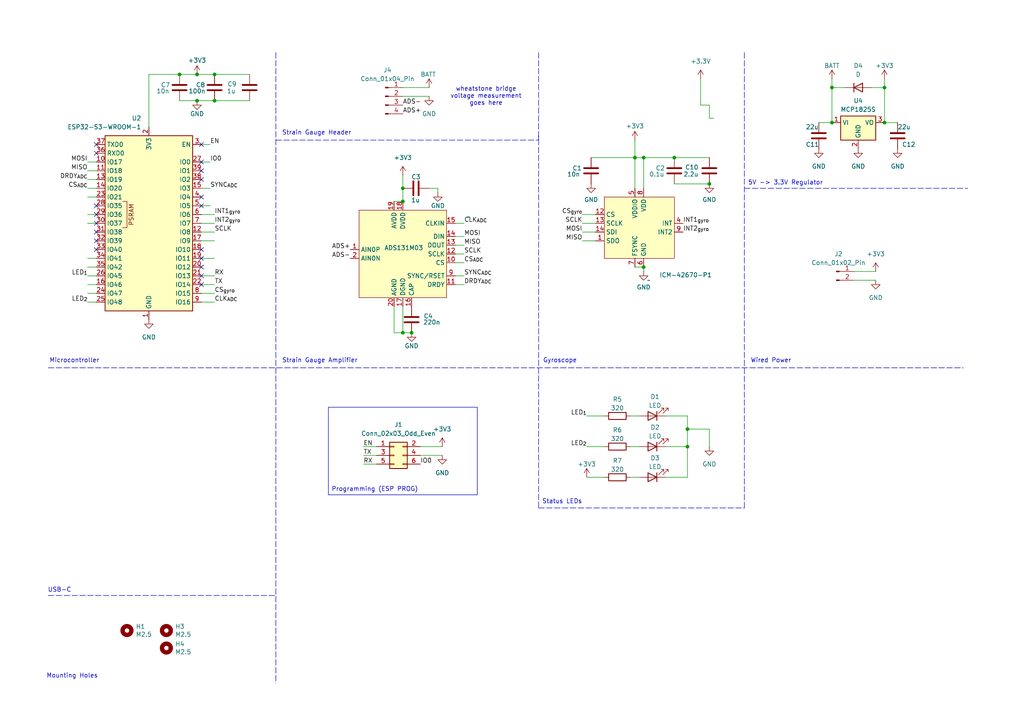
<source format=kicad_sch>
(kicad_sch
	(version 20250114)
	(generator "eeschema")
	(generator_version "9.0")
	(uuid "ff8c320c-6506-4f89-8e94-bef2c667bd19")
	(paper "A4")
	(lib_symbols
		(symbol "+3.3V_1"
			(power)
			(pin_numbers
				(hide yes)
			)
			(pin_names
				(offset 0)
				(hide yes)
			)
			(exclude_from_sim no)
			(in_bom yes)
			(on_board yes)
			(property "Reference" "#PWR"
				(at 0 -3.81 0)
				(effects
					(font
						(size 1.27 1.27)
					)
					(hide yes)
				)
			)
			(property "Value" "+3.3V"
				(at 0 3.556 0)
				(effects
					(font
						(size 1.27 1.27)
					)
				)
			)
			(property "Footprint" ""
				(at 0 0 0)
				(effects
					(font
						(size 1.27 1.27)
					)
					(hide yes)
				)
			)
			(property "Datasheet" ""
				(at 0 0 0)
				(effects
					(font
						(size 1.27 1.27)
					)
					(hide yes)
				)
			)
			(property "Description" "Power symbol creates a global label with name \"+3.3V\""
				(at 0 0 0)
				(effects
					(font
						(size 1.27 1.27)
					)
					(hide yes)
				)
			)
			(property "ki_keywords" "global power"
				(at 0 0 0)
				(effects
					(font
						(size 1.27 1.27)
					)
					(hide yes)
				)
			)
			(symbol "+3.3V_1_0_1"
				(polyline
					(pts
						(xy -0.762 1.27) (xy 0 2.54)
					)
					(stroke
						(width 0)
						(type default)
					)
					(fill
						(type none)
					)
				)
				(polyline
					(pts
						(xy 0 2.54) (xy 0.762 1.27)
					)
					(stroke
						(width 0)
						(type default)
					)
					(fill
						(type none)
					)
				)
				(polyline
					(pts
						(xy 0 0) (xy 0 2.54)
					)
					(stroke
						(width 0)
						(type default)
					)
					(fill
						(type none)
					)
				)
			)
			(symbol "+3.3V_1_1_1"
				(pin power_in line
					(at 0 0 90)
					(length 0)
					(name "~"
						(effects
							(font
								(size 1.27 1.27)
							)
						)
					)
					(number "1"
						(effects
							(font
								(size 1.27 1.27)
							)
						)
					)
				)
			)
			(embedded_fonts no)
		)
		(symbol "0_pwrmtr:ADS131M03"
			(exclude_from_sim no)
			(in_bom yes)
			(on_board yes)
			(property "Reference" "ADS131M03"
				(at -19.05 15.24 0)
				(effects
					(font
						(size 1.27 1.27)
					)
				)
			)
			(property "Value" ""
				(at 1.27 1.27 0)
				(effects
					(font
						(size 1.27 1.27)
					)
				)
			)
			(property "Footprint" ""
				(at 1.27 1.27 0)
				(effects
					(font
						(size 1.27 1.27)
					)
					(hide yes)
				)
			)
			(property "Datasheet" ""
				(at 1.27 1.27 0)
				(effects
					(font
						(size 1.27 1.27)
					)
					(hide yes)
				)
			)
			(property "Description" ""
				(at 1.27 1.27 0)
				(effects
					(font
						(size 1.27 1.27)
					)
					(hide yes)
				)
			)
			(symbol "ADS131M03_1_1"
				(rectangle
					(start -12.7 12.7)
					(end 12.7 -12.7)
					(stroke
						(width 0)
						(type default)
					)
					(fill
						(type background)
					)
				)
				(pin input line
					(at -15.24 1.27 0)
					(length 2.54)
					(name "AIN0P"
						(effects
							(font
								(size 1.27 1.27)
							)
						)
					)
					(number "1"
						(effects
							(font
								(size 1.27 1.27)
							)
						)
					)
				)
				(pin input line
					(at -15.24 -1.27 0)
					(length 2.54)
					(name "AIN0N"
						(effects
							(font
								(size 1.27 1.27)
							)
						)
					)
					(number "2"
						(effects
							(font
								(size 1.27 1.27)
							)
						)
					)
				)
				(pin input line
					(at -15.24 -8.89 0)
					(length 2.54)
					(hide yes)
					(name "AIN1N"
						(effects
							(font
								(size 1.27 1.27)
							)
						)
					)
					(number "3"
						(effects
							(font
								(size 1.27 1.27)
							)
						)
					)
				)
				(pin input line
					(at -15.24 -10.16 0)
					(length 2.54)
					(hide yes)
					(name "AIN1P"
						(effects
							(font
								(size 1.27 1.27)
							)
						)
					)
					(number "4"
						(effects
							(font
								(size 1.27 1.27)
							)
						)
					)
				)
				(pin input line
					(at -15.24 -11.43 0)
					(length 2.54)
					(hide yes)
					(name "AIN2P"
						(effects
							(font
								(size 1.27 1.27)
							)
						)
					)
					(number "5"
						(effects
							(font
								(size 1.27 1.27)
							)
						)
					)
				)
				(pin input line
					(at -12.7 -15.24 90)
					(length 2.54)
					(hide yes)
					(name "AIN2N"
						(effects
							(font
								(size 1.27 1.27)
							)
						)
					)
					(number "6"
						(effects
							(font
								(size 1.27 1.27)
							)
						)
					)
				)
				(pin input line
					(at -11.43 -15.24 90)
					(length 2.54)
					(hide yes)
					(name "NC"
						(effects
							(font
								(size 1.27 1.27)
							)
						)
					)
					(number "7"
						(effects
							(font
								(size 1.27 1.27)
							)
						)
					)
				)
				(pin input line
					(at -10.16 -15.24 90)
					(length 2.54)
					(hide yes)
					(name "NC"
						(effects
							(font
								(size 1.27 1.27)
							)
						)
					)
					(number "8"
						(effects
							(font
								(size 1.27 1.27)
							)
						)
					)
				)
				(pin input line
					(at -2.54 15.24 270)
					(length 2.54)
					(name "AVDD"
						(effects
							(font
								(size 1.27 1.27)
							)
						)
					)
					(number "19"
						(effects
							(font
								(size 1.27 1.27)
							)
						)
					)
				)
				(pin input line
					(at -2.54 -15.24 90)
					(length 2.54)
					(name "AGND"
						(effects
							(font
								(size 1.27 1.27)
							)
						)
					)
					(number "20"
						(effects
							(font
								(size 1.27 1.27)
							)
						)
					)
				)
				(pin input line
					(at 0 15.24 270)
					(length 2.54)
					(name "DVDD"
						(effects
							(font
								(size 1.27 1.27)
							)
						)
					)
					(number "18"
						(effects
							(font
								(size 1.27 1.27)
							)
						)
					)
				)
				(pin input line
					(at 0 -15.24 90)
					(length 2.54)
					(name "DGND"
						(effects
							(font
								(size 1.27 1.27)
							)
						)
					)
					(number "17"
						(effects
							(font
								(size 1.27 1.27)
							)
						)
					)
				)
				(pin input line
					(at 2.54 -15.24 90)
					(length 2.54)
					(name "CAP"
						(effects
							(font
								(size 1.27 1.27)
							)
						)
					)
					(number "16"
						(effects
							(font
								(size 1.27 1.27)
							)
						)
					)
				)
				(pin input line
					(at 15.24 8.89 180)
					(length 2.54)
					(name "CLKIN"
						(effects
							(font
								(size 1.27 1.27)
							)
						)
					)
					(number "15"
						(effects
							(font
								(size 1.27 1.27)
							)
						)
					)
				)
				(pin input line
					(at 15.24 5.08 180)
					(length 2.54)
					(name "DIN"
						(effects
							(font
								(size 1.27 1.27)
							)
						)
					)
					(number "14"
						(effects
							(font
								(size 1.27 1.27)
							)
						)
					)
				)
				(pin input line
					(at 15.24 2.54 180)
					(length 2.54)
					(name "DOUT"
						(effects
							(font
								(size 1.27 1.27)
							)
						)
					)
					(number "13"
						(effects
							(font
								(size 1.27 1.27)
							)
						)
					)
				)
				(pin input line
					(at 15.24 0 180)
					(length 2.54)
					(name "SCLK"
						(effects
							(font
								(size 1.27 1.27)
							)
						)
					)
					(number "12"
						(effects
							(font
								(size 1.27 1.27)
							)
						)
					)
				)
				(pin input line
					(at 15.24 -2.54 180)
					(length 2.54)
					(name "CS"
						(effects
							(font
								(size 1.27 1.27)
							)
						)
					)
					(number "10"
						(effects
							(font
								(size 1.27 1.27)
							)
						)
					)
				)
				(pin input line
					(at 15.24 -6.35 180)
					(length 2.54)
					(name "SYNC/RSET"
						(effects
							(font
								(size 1.27 1.27)
							)
						)
					)
					(number "9"
						(effects
							(font
								(size 1.27 1.27)
							)
						)
					)
				)
				(pin input line
					(at 15.24 -8.89 180)
					(length 2.54)
					(name "DRDY"
						(effects
							(font
								(size 1.27 1.27)
							)
						)
					)
					(number "11"
						(effects
							(font
								(size 1.27 1.27)
							)
						)
					)
				)
			)
			(embedded_fonts no)
		)
		(symbol "0_pwrmtr:ICM-42670-P"
			(exclude_from_sim no)
			(in_bom yes)
			(on_board yes)
			(property "Reference" "ICM-42670-P"
				(at -21.59 12.7 0)
				(effects
					(font
						(size 1.27 1.27)
					)
				)
			)
			(property "Value" ""
				(at 0 0 0)
				(effects
					(font
						(size 1.27 1.27)
					)
				)
			)
			(property "Footprint" ""
				(at 0 0 0)
				(effects
					(font
						(size 1.27 1.27)
					)
					(hide yes)
				)
			)
			(property "Datasheet" ""
				(at 0 0 0)
				(effects
					(font
						(size 1.27 1.27)
					)
					(hide yes)
				)
			)
			(property "Description" ""
				(at 0 0 0)
				(effects
					(font
						(size 1.27 1.27)
					)
					(hide yes)
				)
			)
			(symbol "ICM-42670-P_1_1"
				(rectangle
					(start -10.16 8.89)
					(end 10.16 -8.89)
					(stroke
						(width 0)
						(type default)
					)
					(fill
						(type background)
					)
				)
				(pin input line
					(at -12.7 3.81 0)
					(length 2.54)
					(name "CS"
						(effects
							(font
								(size 1.27 1.27)
							)
						)
					)
					(number "12"
						(effects
							(font
								(size 1.27 1.27)
							)
						)
					)
				)
				(pin input line
					(at -12.7 1.27 0)
					(length 2.54)
					(name "SCLK"
						(effects
							(font
								(size 1.27 1.27)
							)
						)
					)
					(number "13"
						(effects
							(font
								(size 1.27 1.27)
							)
						)
					)
				)
				(pin input line
					(at -12.7 -1.27 0)
					(length 2.54)
					(name "SDI"
						(effects
							(font
								(size 1.27 1.27)
							)
						)
					)
					(number "14"
						(effects
							(font
								(size 1.27 1.27)
							)
						)
					)
				)
				(pin input line
					(at -12.7 -3.81 0)
					(length 2.54)
					(name "SDO"
						(effects
							(font
								(size 1.27 1.27)
							)
						)
					)
					(number "1"
						(effects
							(font
								(size 1.27 1.27)
							)
						)
					)
				)
				(pin no_connect line
					(at -7.62 11.43 270)
					(length 2.54)
					(hide yes)
					(name "NC"
						(effects
							(font
								(size 1.27 1.27)
							)
						)
					)
					(number "2"
						(effects
							(font
								(size 1.27 1.27)
							)
						)
					)
				)
				(pin no_connect line
					(at -5.08 11.43 270)
					(length 2.54)
					(hide yes)
					(name "NC"
						(effects
							(font
								(size 1.27 1.27)
							)
						)
					)
					(number "3"
						(effects
							(font
								(size 1.27 1.27)
							)
						)
					)
				)
				(pin input line
					(at -1.27 11.43 270)
					(length 2.54)
					(name "VDDIO"
						(effects
							(font
								(size 1.27 1.27)
							)
						)
					)
					(number "5"
						(effects
							(font
								(size 1.27 1.27)
							)
						)
					)
				)
				(pin input line
					(at -1.27 -11.43 90)
					(length 2.54)
					(name "FSYNC"
						(effects
							(font
								(size 1.27 1.27)
							)
						)
					)
					(number "7"
						(effects
							(font
								(size 1.27 1.27)
							)
						)
					)
				)
				(pin input line
					(at 1.27 11.43 270)
					(length 2.54)
					(name "VDD"
						(effects
							(font
								(size 1.27 1.27)
							)
						)
					)
					(number "8"
						(effects
							(font
								(size 1.27 1.27)
							)
						)
					)
				)
				(pin input line
					(at 1.27 -11.43 90)
					(length 2.54)
					(name "GND"
						(effects
							(font
								(size 1.27 1.27)
							)
						)
					)
					(number "6"
						(effects
							(font
								(size 1.27 1.27)
							)
						)
					)
				)
				(pin no_connect line
					(at 5.08 11.43 270)
					(length 2.54)
					(hide yes)
					(name "NC"
						(effects
							(font
								(size 1.27 1.27)
							)
						)
					)
					(number "10"
						(effects
							(font
								(size 1.27 1.27)
							)
						)
					)
				)
				(pin no_connect line
					(at 7.62 11.43 270)
					(length 2.54)
					(hide yes)
					(name "NC"
						(effects
							(font
								(size 1.27 1.27)
							)
						)
					)
					(number "11"
						(effects
							(font
								(size 1.27 1.27)
							)
						)
					)
				)
				(pin input line
					(at 12.7 1.27 180)
					(length 2.54)
					(name "INT"
						(effects
							(font
								(size 1.27 1.27)
							)
						)
					)
					(number "4"
						(effects
							(font
								(size 1.27 1.27)
							)
						)
					)
				)
				(pin input line
					(at 12.7 -1.27 180)
					(length 2.54)
					(name "INT2"
						(effects
							(font
								(size 1.27 1.27)
							)
						)
					)
					(number "9"
						(effects
							(font
								(size 1.27 1.27)
							)
						)
					)
				)
			)
			(embedded_fonts no)
		)
		(symbol "Connector:Conn_01x02_Pin"
			(pin_names
				(offset 1.016)
				(hide yes)
			)
			(exclude_from_sim no)
			(in_bom yes)
			(on_board yes)
			(property "Reference" "J"
				(at 0 2.54 0)
				(effects
					(font
						(size 1.27 1.27)
					)
				)
			)
			(property "Value" "Conn_01x02_Pin"
				(at 0 -5.08 0)
				(effects
					(font
						(size 1.27 1.27)
					)
				)
			)
			(property "Footprint" ""
				(at 0 0 0)
				(effects
					(font
						(size 1.27 1.27)
					)
					(hide yes)
				)
			)
			(property "Datasheet" "~"
				(at 0 0 0)
				(effects
					(font
						(size 1.27 1.27)
					)
					(hide yes)
				)
			)
			(property "Description" "Generic connector, single row, 01x02, script generated"
				(at 0 0 0)
				(effects
					(font
						(size 1.27 1.27)
					)
					(hide yes)
				)
			)
			(property "ki_locked" ""
				(at 0 0 0)
				(effects
					(font
						(size 1.27 1.27)
					)
				)
			)
			(property "ki_keywords" "connector"
				(at 0 0 0)
				(effects
					(font
						(size 1.27 1.27)
					)
					(hide yes)
				)
			)
			(property "ki_fp_filters" "Connector*:*_1x??_*"
				(at 0 0 0)
				(effects
					(font
						(size 1.27 1.27)
					)
					(hide yes)
				)
			)
			(symbol "Conn_01x02_Pin_1_1"
				(rectangle
					(start 0.8636 0.127)
					(end 0 -0.127)
					(stroke
						(width 0.1524)
						(type default)
					)
					(fill
						(type outline)
					)
				)
				(rectangle
					(start 0.8636 -2.413)
					(end 0 -2.667)
					(stroke
						(width 0.1524)
						(type default)
					)
					(fill
						(type outline)
					)
				)
				(polyline
					(pts
						(xy 1.27 0) (xy 0.8636 0)
					)
					(stroke
						(width 0.1524)
						(type default)
					)
					(fill
						(type none)
					)
				)
				(polyline
					(pts
						(xy 1.27 -2.54) (xy 0.8636 -2.54)
					)
					(stroke
						(width 0.1524)
						(type default)
					)
					(fill
						(type none)
					)
				)
				(pin passive line
					(at 5.08 0 180)
					(length 3.81)
					(name "Pin_1"
						(effects
							(font
								(size 1.27 1.27)
							)
						)
					)
					(number "1"
						(effects
							(font
								(size 1.27 1.27)
							)
						)
					)
				)
				(pin passive line
					(at 5.08 -2.54 180)
					(length 3.81)
					(name "Pin_2"
						(effects
							(font
								(size 1.27 1.27)
							)
						)
					)
					(number "2"
						(effects
							(font
								(size 1.27 1.27)
							)
						)
					)
				)
			)
			(embedded_fonts no)
		)
		(symbol "Connector:Conn_01x04_Pin"
			(pin_names
				(offset 1.016)
				(hide yes)
			)
			(exclude_from_sim no)
			(in_bom yes)
			(on_board yes)
			(property "Reference" "J"
				(at 0 5.08 0)
				(effects
					(font
						(size 1.27 1.27)
					)
				)
			)
			(property "Value" "Conn_01x04_Pin"
				(at 0 -7.62 0)
				(effects
					(font
						(size 1.27 1.27)
					)
				)
			)
			(property "Footprint" ""
				(at 0 0 0)
				(effects
					(font
						(size 1.27 1.27)
					)
					(hide yes)
				)
			)
			(property "Datasheet" "~"
				(at 0 0 0)
				(effects
					(font
						(size 1.27 1.27)
					)
					(hide yes)
				)
			)
			(property "Description" "Generic connector, single row, 01x04, script generated"
				(at 0 0 0)
				(effects
					(font
						(size 1.27 1.27)
					)
					(hide yes)
				)
			)
			(property "ki_locked" ""
				(at 0 0 0)
				(effects
					(font
						(size 1.27 1.27)
					)
				)
			)
			(property "ki_keywords" "connector"
				(at 0 0 0)
				(effects
					(font
						(size 1.27 1.27)
					)
					(hide yes)
				)
			)
			(property "ki_fp_filters" "Connector*:*_1x??_*"
				(at 0 0 0)
				(effects
					(font
						(size 1.27 1.27)
					)
					(hide yes)
				)
			)
			(symbol "Conn_01x04_Pin_1_1"
				(rectangle
					(start 0.8636 2.667)
					(end 0 2.413)
					(stroke
						(width 0.1524)
						(type default)
					)
					(fill
						(type outline)
					)
				)
				(rectangle
					(start 0.8636 0.127)
					(end 0 -0.127)
					(stroke
						(width 0.1524)
						(type default)
					)
					(fill
						(type outline)
					)
				)
				(rectangle
					(start 0.8636 -2.413)
					(end 0 -2.667)
					(stroke
						(width 0.1524)
						(type default)
					)
					(fill
						(type outline)
					)
				)
				(rectangle
					(start 0.8636 -4.953)
					(end 0 -5.207)
					(stroke
						(width 0.1524)
						(type default)
					)
					(fill
						(type outline)
					)
				)
				(polyline
					(pts
						(xy 1.27 2.54) (xy 0.8636 2.54)
					)
					(stroke
						(width 0.1524)
						(type default)
					)
					(fill
						(type none)
					)
				)
				(polyline
					(pts
						(xy 1.27 0) (xy 0.8636 0)
					)
					(stroke
						(width 0.1524)
						(type default)
					)
					(fill
						(type none)
					)
				)
				(polyline
					(pts
						(xy 1.27 -2.54) (xy 0.8636 -2.54)
					)
					(stroke
						(width 0.1524)
						(type default)
					)
					(fill
						(type none)
					)
				)
				(polyline
					(pts
						(xy 1.27 -5.08) (xy 0.8636 -5.08)
					)
					(stroke
						(width 0.1524)
						(type default)
					)
					(fill
						(type none)
					)
				)
				(pin passive line
					(at 5.08 2.54 180)
					(length 3.81)
					(name "Pin_1"
						(effects
							(font
								(size 1.27 1.27)
							)
						)
					)
					(number "1"
						(effects
							(font
								(size 1.27 1.27)
							)
						)
					)
				)
				(pin passive line
					(at 5.08 0 180)
					(length 3.81)
					(name "Pin_2"
						(effects
							(font
								(size 1.27 1.27)
							)
						)
					)
					(number "2"
						(effects
							(font
								(size 1.27 1.27)
							)
						)
					)
				)
				(pin passive line
					(at 5.08 -2.54 180)
					(length 3.81)
					(name "Pin_3"
						(effects
							(font
								(size 1.27 1.27)
							)
						)
					)
					(number "3"
						(effects
							(font
								(size 1.27 1.27)
							)
						)
					)
				)
				(pin passive line
					(at 5.08 -5.08 180)
					(length 3.81)
					(name "Pin_4"
						(effects
							(font
								(size 1.27 1.27)
							)
						)
					)
					(number "4"
						(effects
							(font
								(size 1.27 1.27)
							)
						)
					)
				)
			)
			(embedded_fonts no)
		)
		(symbol "Connector_Generic:Conn_02x03_Odd_Even"
			(pin_names
				(offset 1.016)
				(hide yes)
			)
			(exclude_from_sim no)
			(in_bom yes)
			(on_board yes)
			(property "Reference" "J"
				(at 1.27 5.08 0)
				(effects
					(font
						(size 1.27 1.27)
					)
				)
			)
			(property "Value" "Conn_02x03_Odd_Even"
				(at 1.27 -5.08 0)
				(effects
					(font
						(size 1.27 1.27)
					)
				)
			)
			(property "Footprint" ""
				(at 0 0 0)
				(effects
					(font
						(size 1.27 1.27)
					)
					(hide yes)
				)
			)
			(property "Datasheet" "~"
				(at 0 0 0)
				(effects
					(font
						(size 1.27 1.27)
					)
					(hide yes)
				)
			)
			(property "Description" "Generic connector, double row, 02x03, odd/even pin numbering scheme (row 1 odd numbers, row 2 even numbers), script generated (kicad-library-utils/schlib/autogen/connector/)"
				(at 0 0 0)
				(effects
					(font
						(size 1.27 1.27)
					)
					(hide yes)
				)
			)
			(property "ki_keywords" "connector"
				(at 0 0 0)
				(effects
					(font
						(size 1.27 1.27)
					)
					(hide yes)
				)
			)
			(property "ki_fp_filters" "Connector*:*_2x??_*"
				(at 0 0 0)
				(effects
					(font
						(size 1.27 1.27)
					)
					(hide yes)
				)
			)
			(symbol "Conn_02x03_Odd_Even_1_1"
				(rectangle
					(start -1.27 3.81)
					(end 3.81 -3.81)
					(stroke
						(width 0.254)
						(type default)
					)
					(fill
						(type background)
					)
				)
				(rectangle
					(start -1.27 2.667)
					(end 0 2.413)
					(stroke
						(width 0.1524)
						(type default)
					)
					(fill
						(type none)
					)
				)
				(rectangle
					(start -1.27 0.127)
					(end 0 -0.127)
					(stroke
						(width 0.1524)
						(type default)
					)
					(fill
						(type none)
					)
				)
				(rectangle
					(start -1.27 -2.413)
					(end 0 -2.667)
					(stroke
						(width 0.1524)
						(type default)
					)
					(fill
						(type none)
					)
				)
				(rectangle
					(start 3.81 2.667)
					(end 2.54 2.413)
					(stroke
						(width 0.1524)
						(type default)
					)
					(fill
						(type none)
					)
				)
				(rectangle
					(start 3.81 0.127)
					(end 2.54 -0.127)
					(stroke
						(width 0.1524)
						(type default)
					)
					(fill
						(type none)
					)
				)
				(rectangle
					(start 3.81 -2.413)
					(end 2.54 -2.667)
					(stroke
						(width 0.1524)
						(type default)
					)
					(fill
						(type none)
					)
				)
				(pin passive line
					(at -5.08 2.54 0)
					(length 3.81)
					(name "Pin_1"
						(effects
							(font
								(size 1.27 1.27)
							)
						)
					)
					(number "1"
						(effects
							(font
								(size 1.27 1.27)
							)
						)
					)
				)
				(pin passive line
					(at -5.08 0 0)
					(length 3.81)
					(name "Pin_3"
						(effects
							(font
								(size 1.27 1.27)
							)
						)
					)
					(number "3"
						(effects
							(font
								(size 1.27 1.27)
							)
						)
					)
				)
				(pin passive line
					(at -5.08 -2.54 0)
					(length 3.81)
					(name "Pin_5"
						(effects
							(font
								(size 1.27 1.27)
							)
						)
					)
					(number "5"
						(effects
							(font
								(size 1.27 1.27)
							)
						)
					)
				)
				(pin passive line
					(at 7.62 2.54 180)
					(length 3.81)
					(name "Pin_2"
						(effects
							(font
								(size 1.27 1.27)
							)
						)
					)
					(number "2"
						(effects
							(font
								(size 1.27 1.27)
							)
						)
					)
				)
				(pin passive line
					(at 7.62 0 180)
					(length 3.81)
					(name "Pin_4"
						(effects
							(font
								(size 1.27 1.27)
							)
						)
					)
					(number "4"
						(effects
							(font
								(size 1.27 1.27)
							)
						)
					)
				)
				(pin passive line
					(at 7.62 -2.54 180)
					(length 3.81)
					(name "Pin_6"
						(effects
							(font
								(size 1.27 1.27)
							)
						)
					)
					(number "6"
						(effects
							(font
								(size 1.27 1.27)
							)
						)
					)
				)
			)
			(embedded_fonts no)
		)
		(symbol "Device:C"
			(pin_numbers
				(hide yes)
			)
			(pin_names
				(offset 0.254)
			)
			(exclude_from_sim no)
			(in_bom yes)
			(on_board yes)
			(property "Reference" "C"
				(at 0.635 2.54 0)
				(effects
					(font
						(size 1.27 1.27)
					)
					(justify left)
				)
			)
			(property "Value" "C"
				(at 0.635 -2.54 0)
				(effects
					(font
						(size 1.27 1.27)
					)
					(justify left)
				)
			)
			(property "Footprint" ""
				(at 0.9652 -3.81 0)
				(effects
					(font
						(size 1.27 1.27)
					)
					(hide yes)
				)
			)
			(property "Datasheet" "~"
				(at 0 0 0)
				(effects
					(font
						(size 1.27 1.27)
					)
					(hide yes)
				)
			)
			(property "Description" "Unpolarized capacitor"
				(at 0 0 0)
				(effects
					(font
						(size 1.27 1.27)
					)
					(hide yes)
				)
			)
			(property "ki_keywords" "cap capacitor"
				(at 0 0 0)
				(effects
					(font
						(size 1.27 1.27)
					)
					(hide yes)
				)
			)
			(property "ki_fp_filters" "C_*"
				(at 0 0 0)
				(effects
					(font
						(size 1.27 1.27)
					)
					(hide yes)
				)
			)
			(symbol "C_0_1"
				(polyline
					(pts
						(xy -2.032 0.762) (xy 2.032 0.762)
					)
					(stroke
						(width 0.508)
						(type default)
					)
					(fill
						(type none)
					)
				)
				(polyline
					(pts
						(xy -2.032 -0.762) (xy 2.032 -0.762)
					)
					(stroke
						(width 0.508)
						(type default)
					)
					(fill
						(type none)
					)
				)
			)
			(symbol "C_1_1"
				(pin passive line
					(at 0 3.81 270)
					(length 2.794)
					(name "~"
						(effects
							(font
								(size 1.27 1.27)
							)
						)
					)
					(number "1"
						(effects
							(font
								(size 1.27 1.27)
							)
						)
					)
				)
				(pin passive line
					(at 0 -3.81 90)
					(length 2.794)
					(name "~"
						(effects
							(font
								(size 1.27 1.27)
							)
						)
					)
					(number "2"
						(effects
							(font
								(size 1.27 1.27)
							)
						)
					)
				)
			)
			(embedded_fonts no)
		)
		(symbol "Device:D"
			(pin_numbers
				(hide yes)
			)
			(pin_names
				(offset 1.016)
				(hide yes)
			)
			(exclude_from_sim no)
			(in_bom yes)
			(on_board yes)
			(property "Reference" "D"
				(at 0 2.54 0)
				(effects
					(font
						(size 1.27 1.27)
					)
				)
			)
			(property "Value" "D"
				(at 0 -2.54 0)
				(effects
					(font
						(size 1.27 1.27)
					)
				)
			)
			(property "Footprint" ""
				(at 0 0 0)
				(effects
					(font
						(size 1.27 1.27)
					)
					(hide yes)
				)
			)
			(property "Datasheet" "~"
				(at 0 0 0)
				(effects
					(font
						(size 1.27 1.27)
					)
					(hide yes)
				)
			)
			(property "Description" "Diode"
				(at 0 0 0)
				(effects
					(font
						(size 1.27 1.27)
					)
					(hide yes)
				)
			)
			(property "Sim.Device" "D"
				(at 0 0 0)
				(effects
					(font
						(size 1.27 1.27)
					)
					(hide yes)
				)
			)
			(property "Sim.Pins" "1=K 2=A"
				(at 0 0 0)
				(effects
					(font
						(size 1.27 1.27)
					)
					(hide yes)
				)
			)
			(property "ki_keywords" "diode"
				(at 0 0 0)
				(effects
					(font
						(size 1.27 1.27)
					)
					(hide yes)
				)
			)
			(property "ki_fp_filters" "TO-???* *_Diode_* *SingleDiode* D_*"
				(at 0 0 0)
				(effects
					(font
						(size 1.27 1.27)
					)
					(hide yes)
				)
			)
			(symbol "D_0_1"
				(polyline
					(pts
						(xy -1.27 1.27) (xy -1.27 -1.27)
					)
					(stroke
						(width 0.254)
						(type default)
					)
					(fill
						(type none)
					)
				)
				(polyline
					(pts
						(xy 1.27 1.27) (xy 1.27 -1.27) (xy -1.27 0) (xy 1.27 1.27)
					)
					(stroke
						(width 0.254)
						(type default)
					)
					(fill
						(type none)
					)
				)
				(polyline
					(pts
						(xy 1.27 0) (xy -1.27 0)
					)
					(stroke
						(width 0)
						(type default)
					)
					(fill
						(type none)
					)
				)
			)
			(symbol "D_1_1"
				(pin passive line
					(at -3.81 0 0)
					(length 2.54)
					(name "K"
						(effects
							(font
								(size 1.27 1.27)
							)
						)
					)
					(number "1"
						(effects
							(font
								(size 1.27 1.27)
							)
						)
					)
				)
				(pin passive line
					(at 3.81 0 180)
					(length 2.54)
					(name "A"
						(effects
							(font
								(size 1.27 1.27)
							)
						)
					)
					(number "2"
						(effects
							(font
								(size 1.27 1.27)
							)
						)
					)
				)
			)
			(embedded_fonts no)
		)
		(symbol "Device:LED"
			(pin_numbers
				(hide yes)
			)
			(pin_names
				(offset 1.016)
				(hide yes)
			)
			(exclude_from_sim no)
			(in_bom yes)
			(on_board yes)
			(property "Reference" "D"
				(at 0 2.54 0)
				(effects
					(font
						(size 1.27 1.27)
					)
				)
			)
			(property "Value" "LED"
				(at 0 -2.54 0)
				(effects
					(font
						(size 1.27 1.27)
					)
				)
			)
			(property "Footprint" ""
				(at 0 0 0)
				(effects
					(font
						(size 1.27 1.27)
					)
					(hide yes)
				)
			)
			(property "Datasheet" "~"
				(at 0 0 0)
				(effects
					(font
						(size 1.27 1.27)
					)
					(hide yes)
				)
			)
			(property "Description" "Light emitting diode"
				(at 0 0 0)
				(effects
					(font
						(size 1.27 1.27)
					)
					(hide yes)
				)
			)
			(property "ki_keywords" "LED diode"
				(at 0 0 0)
				(effects
					(font
						(size 1.27 1.27)
					)
					(hide yes)
				)
			)
			(property "ki_fp_filters" "LED* LED_SMD:* LED_THT:*"
				(at 0 0 0)
				(effects
					(font
						(size 1.27 1.27)
					)
					(hide yes)
				)
			)
			(symbol "LED_0_1"
				(polyline
					(pts
						(xy -3.048 -0.762) (xy -4.572 -2.286) (xy -3.81 -2.286) (xy -4.572 -2.286) (xy -4.572 -1.524)
					)
					(stroke
						(width 0)
						(type default)
					)
					(fill
						(type none)
					)
				)
				(polyline
					(pts
						(xy -1.778 -0.762) (xy -3.302 -2.286) (xy -2.54 -2.286) (xy -3.302 -2.286) (xy -3.302 -1.524)
					)
					(stroke
						(width 0)
						(type default)
					)
					(fill
						(type none)
					)
				)
				(polyline
					(pts
						(xy -1.27 0) (xy 1.27 0)
					)
					(stroke
						(width 0)
						(type default)
					)
					(fill
						(type none)
					)
				)
				(polyline
					(pts
						(xy -1.27 -1.27) (xy -1.27 1.27)
					)
					(stroke
						(width 0.254)
						(type default)
					)
					(fill
						(type none)
					)
				)
				(polyline
					(pts
						(xy 1.27 -1.27) (xy 1.27 1.27) (xy -1.27 0) (xy 1.27 -1.27)
					)
					(stroke
						(width 0.254)
						(type default)
					)
					(fill
						(type none)
					)
				)
			)
			(symbol "LED_1_1"
				(pin passive line
					(at -3.81 0 0)
					(length 2.54)
					(name "K"
						(effects
							(font
								(size 1.27 1.27)
							)
						)
					)
					(number "1"
						(effects
							(font
								(size 1.27 1.27)
							)
						)
					)
				)
				(pin passive line
					(at 3.81 0 180)
					(length 2.54)
					(name "A"
						(effects
							(font
								(size 1.27 1.27)
							)
						)
					)
					(number "2"
						(effects
							(font
								(size 1.27 1.27)
							)
						)
					)
				)
			)
			(embedded_fonts no)
		)
		(symbol "Device:R"
			(pin_numbers
				(hide yes)
			)
			(pin_names
				(offset 0)
			)
			(exclude_from_sim no)
			(in_bom yes)
			(on_board yes)
			(property "Reference" "R"
				(at 2.032 0 90)
				(effects
					(font
						(size 1.27 1.27)
					)
				)
			)
			(property "Value" "R"
				(at 0 0 90)
				(effects
					(font
						(size 1.27 1.27)
					)
				)
			)
			(property "Footprint" ""
				(at -1.778 0 90)
				(effects
					(font
						(size 1.27 1.27)
					)
					(hide yes)
				)
			)
			(property "Datasheet" "~"
				(at 0 0 0)
				(effects
					(font
						(size 1.27 1.27)
					)
					(hide yes)
				)
			)
			(property "Description" "Resistor"
				(at 0 0 0)
				(effects
					(font
						(size 1.27 1.27)
					)
					(hide yes)
				)
			)
			(property "ki_keywords" "R res resistor"
				(at 0 0 0)
				(effects
					(font
						(size 1.27 1.27)
					)
					(hide yes)
				)
			)
			(property "ki_fp_filters" "R_*"
				(at 0 0 0)
				(effects
					(font
						(size 1.27 1.27)
					)
					(hide yes)
				)
			)
			(symbol "R_0_1"
				(rectangle
					(start -1.016 -2.54)
					(end 1.016 2.54)
					(stroke
						(width 0.254)
						(type default)
					)
					(fill
						(type none)
					)
				)
			)
			(symbol "R_1_1"
				(pin passive line
					(at 0 3.81 270)
					(length 1.27)
					(name "~"
						(effects
							(font
								(size 1.27 1.27)
							)
						)
					)
					(number "1"
						(effects
							(font
								(size 1.27 1.27)
							)
						)
					)
				)
				(pin passive line
					(at 0 -3.81 90)
					(length 1.27)
					(name "~"
						(effects
							(font
								(size 1.27 1.27)
							)
						)
					)
					(number "2"
						(effects
							(font
								(size 1.27 1.27)
							)
						)
					)
				)
			)
			(embedded_fonts no)
		)
		(symbol "Mechanical:MountingHole"
			(pin_names
				(offset 1.016)
			)
			(exclude_from_sim no)
			(in_bom yes)
			(on_board yes)
			(property "Reference" "H"
				(at 0 5.08 0)
				(effects
					(font
						(size 1.27 1.27)
					)
				)
			)
			(property "Value" "MountingHole"
				(at 0 3.175 0)
				(effects
					(font
						(size 1.27 1.27)
					)
				)
			)
			(property "Footprint" ""
				(at 0 0 0)
				(effects
					(font
						(size 1.27 1.27)
					)
					(hide yes)
				)
			)
			(property "Datasheet" "~"
				(at 0 0 0)
				(effects
					(font
						(size 1.27 1.27)
					)
					(hide yes)
				)
			)
			(property "Description" "Mounting Hole without connection"
				(at 0 0 0)
				(effects
					(font
						(size 1.27 1.27)
					)
					(hide yes)
				)
			)
			(property "ki_keywords" "mounting hole"
				(at 0 0 0)
				(effects
					(font
						(size 1.27 1.27)
					)
					(hide yes)
				)
			)
			(property "ki_fp_filters" "MountingHole*"
				(at 0 0 0)
				(effects
					(font
						(size 1.27 1.27)
					)
					(hide yes)
				)
			)
			(symbol "MountingHole_0_1"
				(circle
					(center 0 0)
					(radius 1.27)
					(stroke
						(width 1.27)
						(type default)
					)
					(fill
						(type none)
					)
				)
			)
			(embedded_fonts no)
		)
		(symbol "RF_Module:ESP32-S3-WROOM-1"
			(exclude_from_sim no)
			(in_bom yes)
			(on_board yes)
			(property "Reference" "U"
				(at -12.7 26.67 0)
				(effects
					(font
						(size 1.27 1.27)
					)
				)
			)
			(property "Value" "ESP32-S3-WROOM-1"
				(at 12.7 26.67 0)
				(effects
					(font
						(size 1.27 1.27)
					)
				)
			)
			(property "Footprint" "RF_Module:ESP32-S3-WROOM-1"
				(at 0 2.54 0)
				(effects
					(font
						(size 1.27 1.27)
					)
					(hide yes)
				)
			)
			(property "Datasheet" "https://www.espressif.com/sites/default/files/documentation/esp32-s3-wroom-1_wroom-1u_datasheet_en.pdf"
				(at 0 0 0)
				(effects
					(font
						(size 1.27 1.27)
					)
					(hide yes)
				)
			)
			(property "Description" "RF Module, ESP32-S3 SoC, Wi-Fi 802.11b/g/n, Bluetooth, BLE, 32-bit, 3.3V, onboard antenna, SMD"
				(at 0 0 0)
				(effects
					(font
						(size 1.27 1.27)
					)
					(hide yes)
				)
			)
			(property "ki_keywords" "RF Radio BT ESP ESP32-S3 Espressif onboard PCB antenna"
				(at 0 0 0)
				(effects
					(font
						(size 1.27 1.27)
					)
					(hide yes)
				)
			)
			(property "ki_fp_filters" "ESP32?S3?WROOM?1*"
				(at 0 0 0)
				(effects
					(font
						(size 1.27 1.27)
					)
					(hide yes)
				)
			)
			(symbol "ESP32-S3-WROOM-1_0_0"
				(rectangle
					(start -12.7 25.4)
					(end 12.7 -25.4)
					(stroke
						(width 0.254)
						(type default)
					)
					(fill
						(type background)
					)
				)
				(text "PSRAM"
					(at 5.08 2.54 900)
					(effects
						(font
							(size 1.27 1.27)
						)
					)
				)
			)
			(symbol "ESP32-S3-WROOM-1_0_1"
				(polyline
					(pts
						(xy 7.62 -1.27) (xy 6.35 -1.27) (xy 6.35 6.35) (xy 7.62 6.35)
					)
					(stroke
						(width 0)
						(type default)
					)
					(fill
						(type none)
					)
				)
			)
			(symbol "ESP32-S3-WROOM-1_1_1"
				(pin input line
					(at -15.24 22.86 0)
					(length 2.54)
					(name "EN"
						(effects
							(font
								(size 1.27 1.27)
							)
						)
					)
					(number "3"
						(effects
							(font
								(size 1.27 1.27)
							)
						)
					)
				)
				(pin bidirectional line
					(at -15.24 17.78 0)
					(length 2.54)
					(name "IO0"
						(effects
							(font
								(size 1.27 1.27)
							)
						)
					)
					(number "27"
						(effects
							(font
								(size 1.27 1.27)
							)
						)
					)
				)
				(pin bidirectional line
					(at -15.24 15.24 0)
					(length 2.54)
					(name "IO1"
						(effects
							(font
								(size 1.27 1.27)
							)
						)
					)
					(number "39"
						(effects
							(font
								(size 1.27 1.27)
							)
						)
					)
				)
				(pin bidirectional line
					(at -15.24 12.7 0)
					(length 2.54)
					(name "IO2"
						(effects
							(font
								(size 1.27 1.27)
							)
						)
					)
					(number "38"
						(effects
							(font
								(size 1.27 1.27)
							)
						)
					)
				)
				(pin bidirectional line
					(at -15.24 10.16 0)
					(length 2.54)
					(name "IO3"
						(effects
							(font
								(size 1.27 1.27)
							)
						)
					)
					(number "15"
						(effects
							(font
								(size 1.27 1.27)
							)
						)
					)
				)
				(pin bidirectional line
					(at -15.24 7.62 0)
					(length 2.54)
					(name "IO4"
						(effects
							(font
								(size 1.27 1.27)
							)
						)
					)
					(number "4"
						(effects
							(font
								(size 1.27 1.27)
							)
						)
					)
				)
				(pin bidirectional line
					(at -15.24 5.08 0)
					(length 2.54)
					(name "IO5"
						(effects
							(font
								(size 1.27 1.27)
							)
						)
					)
					(number "5"
						(effects
							(font
								(size 1.27 1.27)
							)
						)
					)
				)
				(pin bidirectional line
					(at -15.24 2.54 0)
					(length 2.54)
					(name "IO6"
						(effects
							(font
								(size 1.27 1.27)
							)
						)
					)
					(number "6"
						(effects
							(font
								(size 1.27 1.27)
							)
						)
					)
				)
				(pin bidirectional line
					(at -15.24 0 0)
					(length 2.54)
					(name "IO7"
						(effects
							(font
								(size 1.27 1.27)
							)
						)
					)
					(number "7"
						(effects
							(font
								(size 1.27 1.27)
							)
						)
					)
				)
				(pin bidirectional line
					(at -15.24 -2.54 0)
					(length 2.54)
					(name "IO8"
						(effects
							(font
								(size 1.27 1.27)
							)
						)
					)
					(number "12"
						(effects
							(font
								(size 1.27 1.27)
							)
						)
					)
				)
				(pin bidirectional line
					(at -15.24 -5.08 0)
					(length 2.54)
					(name "IO9"
						(effects
							(font
								(size 1.27 1.27)
							)
						)
					)
					(number "17"
						(effects
							(font
								(size 1.27 1.27)
							)
						)
					)
				)
				(pin bidirectional line
					(at -15.24 -7.62 0)
					(length 2.54)
					(name "IO10"
						(effects
							(font
								(size 1.27 1.27)
							)
						)
					)
					(number "18"
						(effects
							(font
								(size 1.27 1.27)
							)
						)
					)
				)
				(pin bidirectional line
					(at -15.24 -10.16 0)
					(length 2.54)
					(name "IO11"
						(effects
							(font
								(size 1.27 1.27)
							)
						)
					)
					(number "19"
						(effects
							(font
								(size 1.27 1.27)
							)
						)
					)
				)
				(pin bidirectional line
					(at -15.24 -12.7 0)
					(length 2.54)
					(name "IO12"
						(effects
							(font
								(size 1.27 1.27)
							)
						)
					)
					(number "20"
						(effects
							(font
								(size 1.27 1.27)
							)
						)
					)
				)
				(pin bidirectional line
					(at -15.24 -15.24 0)
					(length 2.54)
					(name "IO13"
						(effects
							(font
								(size 1.27 1.27)
							)
						)
					)
					(number "21"
						(effects
							(font
								(size 1.27 1.27)
							)
						)
					)
				)
				(pin bidirectional line
					(at -15.24 -17.78 0)
					(length 2.54)
					(name "IO14"
						(effects
							(font
								(size 1.27 1.27)
							)
						)
					)
					(number "22"
						(effects
							(font
								(size 1.27 1.27)
							)
						)
					)
				)
				(pin bidirectional line
					(at -15.24 -20.32 0)
					(length 2.54)
					(name "IO15"
						(effects
							(font
								(size 1.27 1.27)
							)
						)
					)
					(number "8"
						(effects
							(font
								(size 1.27 1.27)
							)
						)
					)
				)
				(pin bidirectional line
					(at -15.24 -22.86 0)
					(length 2.54)
					(name "IO16"
						(effects
							(font
								(size 1.27 1.27)
							)
						)
					)
					(number "9"
						(effects
							(font
								(size 1.27 1.27)
							)
						)
					)
				)
				(pin power_in line
					(at 0 27.94 270)
					(length 2.54)
					(name "3V3"
						(effects
							(font
								(size 1.27 1.27)
							)
						)
					)
					(number "2"
						(effects
							(font
								(size 1.27 1.27)
							)
						)
					)
				)
				(pin power_in line
					(at 0 -27.94 90)
					(length 2.54)
					(name "GND"
						(effects
							(font
								(size 1.27 1.27)
							)
						)
					)
					(number "1"
						(effects
							(font
								(size 1.27 1.27)
							)
						)
					)
				)
				(pin passive line
					(at 0 -27.94 90)
					(length 2.54)
					(hide yes)
					(name "GND"
						(effects
							(font
								(size 1.27 1.27)
							)
						)
					)
					(number "40"
						(effects
							(font
								(size 1.27 1.27)
							)
						)
					)
				)
				(pin passive line
					(at 0 -27.94 90)
					(length 2.54)
					(hide yes)
					(name "GND"
						(effects
							(font
								(size 1.27 1.27)
							)
						)
					)
					(number "41"
						(effects
							(font
								(size 1.27 1.27)
							)
						)
					)
				)
				(pin bidirectional line
					(at 15.24 22.86 180)
					(length 2.54)
					(name "TXD0"
						(effects
							(font
								(size 1.27 1.27)
							)
						)
					)
					(number "37"
						(effects
							(font
								(size 1.27 1.27)
							)
						)
					)
				)
				(pin bidirectional line
					(at 15.24 20.32 180)
					(length 2.54)
					(name "RXD0"
						(effects
							(font
								(size 1.27 1.27)
							)
						)
					)
					(number "36"
						(effects
							(font
								(size 1.27 1.27)
							)
						)
					)
				)
				(pin bidirectional line
					(at 15.24 17.78 180)
					(length 2.54)
					(name "IO17"
						(effects
							(font
								(size 1.27 1.27)
							)
						)
					)
					(number "10"
						(effects
							(font
								(size 1.27 1.27)
							)
						)
					)
				)
				(pin bidirectional line
					(at 15.24 15.24 180)
					(length 2.54)
					(name "IO18"
						(effects
							(font
								(size 1.27 1.27)
							)
						)
					)
					(number "11"
						(effects
							(font
								(size 1.27 1.27)
							)
						)
					)
				)
				(pin bidirectional line
					(at 15.24 12.7 180)
					(length 2.54)
					(name "IO19"
						(effects
							(font
								(size 1.27 1.27)
							)
						)
					)
					(number "13"
						(effects
							(font
								(size 1.27 1.27)
							)
						)
					)
				)
				(pin bidirectional line
					(at 15.24 10.16 180)
					(length 2.54)
					(name "IO20"
						(effects
							(font
								(size 1.27 1.27)
							)
						)
					)
					(number "14"
						(effects
							(font
								(size 1.27 1.27)
							)
						)
					)
				)
				(pin bidirectional line
					(at 15.24 7.62 180)
					(length 2.54)
					(name "IO21"
						(effects
							(font
								(size 1.27 1.27)
							)
						)
					)
					(number "23"
						(effects
							(font
								(size 1.27 1.27)
							)
						)
					)
				)
				(pin bidirectional line
					(at 15.24 5.08 180)
					(length 2.54)
					(name "IO35"
						(effects
							(font
								(size 1.27 1.27)
							)
						)
					)
					(number "28"
						(effects
							(font
								(size 1.27 1.27)
							)
						)
					)
				)
				(pin bidirectional line
					(at 15.24 2.54 180)
					(length 2.54)
					(name "IO36"
						(effects
							(font
								(size 1.27 1.27)
							)
						)
					)
					(number "29"
						(effects
							(font
								(size 1.27 1.27)
							)
						)
					)
				)
				(pin bidirectional line
					(at 15.24 0 180)
					(length 2.54)
					(name "IO37"
						(effects
							(font
								(size 1.27 1.27)
							)
						)
					)
					(number "30"
						(effects
							(font
								(size 1.27 1.27)
							)
						)
					)
				)
				(pin bidirectional line
					(at 15.24 -2.54 180)
					(length 2.54)
					(name "IO38"
						(effects
							(font
								(size 1.27 1.27)
							)
						)
					)
					(number "31"
						(effects
							(font
								(size 1.27 1.27)
							)
						)
					)
				)
				(pin bidirectional line
					(at 15.24 -5.08 180)
					(length 2.54)
					(name "IO39"
						(effects
							(font
								(size 1.27 1.27)
							)
						)
					)
					(number "32"
						(effects
							(font
								(size 1.27 1.27)
							)
						)
					)
				)
				(pin bidirectional line
					(at 15.24 -7.62 180)
					(length 2.54)
					(name "IO40"
						(effects
							(font
								(size 1.27 1.27)
							)
						)
					)
					(number "33"
						(effects
							(font
								(size 1.27 1.27)
							)
						)
					)
				)
				(pin bidirectional line
					(at 15.24 -10.16 180)
					(length 2.54)
					(name "IO41"
						(effects
							(font
								(size 1.27 1.27)
							)
						)
					)
					(number "34"
						(effects
							(font
								(size 1.27 1.27)
							)
						)
					)
				)
				(pin bidirectional line
					(at 15.24 -12.7 180)
					(length 2.54)
					(name "IO42"
						(effects
							(font
								(size 1.27 1.27)
							)
						)
					)
					(number "35"
						(effects
							(font
								(size 1.27 1.27)
							)
						)
					)
				)
				(pin bidirectional line
					(at 15.24 -15.24 180)
					(length 2.54)
					(name "IO45"
						(effects
							(font
								(size 1.27 1.27)
							)
						)
					)
					(number "26"
						(effects
							(font
								(size 1.27 1.27)
							)
						)
					)
				)
				(pin bidirectional line
					(at 15.24 -17.78 180)
					(length 2.54)
					(name "IO46"
						(effects
							(font
								(size 1.27 1.27)
							)
						)
					)
					(number "16"
						(effects
							(font
								(size 1.27 1.27)
							)
						)
					)
				)
				(pin bidirectional line
					(at 15.24 -20.32 180)
					(length 2.54)
					(name "IO47"
						(effects
							(font
								(size 1.27 1.27)
							)
						)
					)
					(number "24"
						(effects
							(font
								(size 1.27 1.27)
							)
						)
					)
				)
				(pin bidirectional line
					(at 15.24 -22.86 180)
					(length 2.54)
					(name "IO48"
						(effects
							(font
								(size 1.27 1.27)
							)
						)
					)
					(number "25"
						(effects
							(font
								(size 1.27 1.27)
							)
						)
					)
				)
			)
			(embedded_fonts no)
		)
		(symbol "Regulator_Linear:MCP1825S"
			(exclude_from_sim no)
			(in_bom yes)
			(on_board yes)
			(property "Reference" "U"
				(at -3.81 3.175 0)
				(effects
					(font
						(size 1.27 1.27)
					)
				)
			)
			(property "Value" "MCP1825S"
				(at 0 3.175 0)
				(effects
					(font
						(size 1.27 1.27)
					)
					(justify left)
				)
			)
			(property "Footprint" ""
				(at -2.54 3.81 0)
				(effects
					(font
						(size 1.27 1.27)
					)
					(hide yes)
				)
			)
			(property "Datasheet" "http://ww1.microchip.com/downloads/en/devicedoc/22056b.pdf"
				(at 0 6.35 0)
				(effects
					(font
						(size 1.27 1.27)
					)
					(hide yes)
				)
			)
			(property "Description" "500mA, Low-Voltage, Low Quiescent Current LDO Regulator, SOT-223, TO-220, TO-263"
				(at 0 0 0)
				(effects
					(font
						(size 1.27 1.27)
					)
					(hide yes)
				)
			)
			(property "ki_keywords" "regulator linear ldo"
				(at 0 0 0)
				(effects
					(font
						(size 1.27 1.27)
					)
					(hide yes)
				)
			)
			(property "ki_fp_filters" "SOT?223*TabPin2* TO?220* TO?263*"
				(at 0 0 0)
				(effects
					(font
						(size 1.27 1.27)
					)
					(hide yes)
				)
			)
			(symbol "MCP1825S_0_1"
				(rectangle
					(start -5.08 1.905)
					(end 5.08 -5.08)
					(stroke
						(width 0.254)
						(type default)
					)
					(fill
						(type background)
					)
				)
			)
			(symbol "MCP1825S_1_1"
				(pin power_in line
					(at -7.62 0 0)
					(length 2.54)
					(name "VI"
						(effects
							(font
								(size 1.27 1.27)
							)
						)
					)
					(number "1"
						(effects
							(font
								(size 1.27 1.27)
							)
						)
					)
				)
				(pin power_in line
					(at 0 -7.62 90)
					(length 2.54)
					(name "GND"
						(effects
							(font
								(size 1.27 1.27)
							)
						)
					)
					(number "2"
						(effects
							(font
								(size 1.27 1.27)
							)
						)
					)
				)
				(pin power_out line
					(at 7.62 0 180)
					(length 2.54)
					(name "VO"
						(effects
							(font
								(size 1.27 1.27)
							)
						)
					)
					(number "3"
						(effects
							(font
								(size 1.27 1.27)
							)
						)
					)
				)
			)
			(embedded_fonts no)
		)
		(symbol "power:+3.3V"
			(power)
			(pin_names
				(offset 0)
			)
			(exclude_from_sim no)
			(in_bom yes)
			(on_board yes)
			(property "Reference" "#PWR"
				(at 0 -3.81 0)
				(effects
					(font
						(size 1.27 1.27)
					)
					(hide yes)
				)
			)
			(property "Value" "+3.3V"
				(at 0 3.556 0)
				(effects
					(font
						(size 1.27 1.27)
					)
				)
			)
			(property "Footprint" ""
				(at 0 0 0)
				(effects
					(font
						(size 1.27 1.27)
					)
					(hide yes)
				)
			)
			(property "Datasheet" ""
				(at 0 0 0)
				(effects
					(font
						(size 1.27 1.27)
					)
					(hide yes)
				)
			)
			(property "Description" "Power symbol creates a global label with name \"+3.3V\""
				(at 0 0 0)
				(effects
					(font
						(size 1.27 1.27)
					)
					(hide yes)
				)
			)
			(property "ki_keywords" "global power"
				(at 0 0 0)
				(effects
					(font
						(size 1.27 1.27)
					)
					(hide yes)
				)
			)
			(symbol "+3.3V_0_1"
				(polyline
					(pts
						(xy -0.762 1.27) (xy 0 2.54)
					)
					(stroke
						(width 0)
						(type default)
					)
					(fill
						(type none)
					)
				)
				(polyline
					(pts
						(xy 0 2.54) (xy 0.762 1.27)
					)
					(stroke
						(width 0)
						(type default)
					)
					(fill
						(type none)
					)
				)
				(polyline
					(pts
						(xy 0 0) (xy 0 2.54)
					)
					(stroke
						(width 0)
						(type default)
					)
					(fill
						(type none)
					)
				)
			)
			(symbol "+3.3V_1_1"
				(pin power_in line
					(at 0 0 90)
					(length 0)
					(hide yes)
					(name "+3.3V"
						(effects
							(font
								(size 1.27 1.27)
							)
						)
					)
					(number "1"
						(effects
							(font
								(size 1.27 1.27)
							)
						)
					)
				)
			)
			(embedded_fonts no)
		)
		(symbol "power:+3V3"
			(power)
			(pin_numbers
				(hide yes)
			)
			(pin_names
				(offset 0)
				(hide yes)
			)
			(exclude_from_sim no)
			(in_bom yes)
			(on_board yes)
			(property "Reference" "#PWR"
				(at 0 -3.81 0)
				(effects
					(font
						(size 1.27 1.27)
					)
					(hide yes)
				)
			)
			(property "Value" "+3V3"
				(at 0 3.556 0)
				(effects
					(font
						(size 1.27 1.27)
					)
				)
			)
			(property "Footprint" ""
				(at 0 0 0)
				(effects
					(font
						(size 1.27 1.27)
					)
					(hide yes)
				)
			)
			(property "Datasheet" ""
				(at 0 0 0)
				(effects
					(font
						(size 1.27 1.27)
					)
					(hide yes)
				)
			)
			(property "Description" "Power symbol creates a global label with name \"+3V3\""
				(at 0 0 0)
				(effects
					(font
						(size 1.27 1.27)
					)
					(hide yes)
				)
			)
			(property "ki_keywords" "global power"
				(at 0 0 0)
				(effects
					(font
						(size 1.27 1.27)
					)
					(hide yes)
				)
			)
			(symbol "+3V3_0_1"
				(polyline
					(pts
						(xy -0.762 1.27) (xy 0 2.54)
					)
					(stroke
						(width 0)
						(type default)
					)
					(fill
						(type none)
					)
				)
				(polyline
					(pts
						(xy 0 2.54) (xy 0.762 1.27)
					)
					(stroke
						(width 0)
						(type default)
					)
					(fill
						(type none)
					)
				)
				(polyline
					(pts
						(xy 0 0) (xy 0 2.54)
					)
					(stroke
						(width 0)
						(type default)
					)
					(fill
						(type none)
					)
				)
			)
			(symbol "+3V3_1_1"
				(pin power_in line
					(at 0 0 90)
					(length 0)
					(name "~"
						(effects
							(font
								(size 1.27 1.27)
							)
						)
					)
					(number "1"
						(effects
							(font
								(size 1.27 1.27)
							)
						)
					)
				)
			)
			(embedded_fonts no)
		)
		(symbol "power:+5V"
			(power)
			(pin_numbers
				(hide yes)
			)
			(pin_names
				(offset 0)
				(hide yes)
			)
			(exclude_from_sim no)
			(in_bom yes)
			(on_board yes)
			(property "Reference" "#PWR"
				(at 0 -3.81 0)
				(effects
					(font
						(size 1.27 1.27)
					)
					(hide yes)
				)
			)
			(property "Value" "+5V"
				(at 0 3.556 0)
				(effects
					(font
						(size 1.27 1.27)
					)
				)
			)
			(property "Footprint" ""
				(at 0 0 0)
				(effects
					(font
						(size 1.27 1.27)
					)
					(hide yes)
				)
			)
			(property "Datasheet" ""
				(at 0 0 0)
				(effects
					(font
						(size 1.27 1.27)
					)
					(hide yes)
				)
			)
			(property "Description" "Power symbol creates a global label with name \"+5V\""
				(at 0 0 0)
				(effects
					(font
						(size 1.27 1.27)
					)
					(hide yes)
				)
			)
			(property "ki_keywords" "global power"
				(at 0 0 0)
				(effects
					(font
						(size 1.27 1.27)
					)
					(hide yes)
				)
			)
			(symbol "+5V_0_1"
				(polyline
					(pts
						(xy -0.762 1.27) (xy 0 2.54)
					)
					(stroke
						(width 0)
						(type default)
					)
					(fill
						(type none)
					)
				)
				(polyline
					(pts
						(xy 0 2.54) (xy 0.762 1.27)
					)
					(stroke
						(width 0)
						(type default)
					)
					(fill
						(type none)
					)
				)
				(polyline
					(pts
						(xy 0 0) (xy 0 2.54)
					)
					(stroke
						(width 0)
						(type default)
					)
					(fill
						(type none)
					)
				)
			)
			(symbol "+5V_1_1"
				(pin power_in line
					(at 0 0 90)
					(length 0)
					(name "~"
						(effects
							(font
								(size 1.27 1.27)
							)
						)
					)
					(number "1"
						(effects
							(font
								(size 1.27 1.27)
							)
						)
					)
				)
			)
			(embedded_fonts no)
		)
		(symbol "power:GND"
			(power)
			(pin_numbers
				(hide yes)
			)
			(pin_names
				(offset 0)
				(hide yes)
			)
			(exclude_from_sim no)
			(in_bom yes)
			(on_board yes)
			(property "Reference" "#PWR"
				(at 0 -6.35 0)
				(effects
					(font
						(size 1.27 1.27)
					)
					(hide yes)
				)
			)
			(property "Value" "GND"
				(at 0 -3.81 0)
				(effects
					(font
						(size 1.27 1.27)
					)
				)
			)
			(property "Footprint" ""
				(at 0 0 0)
				(effects
					(font
						(size 1.27 1.27)
					)
					(hide yes)
				)
			)
			(property "Datasheet" ""
				(at 0 0 0)
				(effects
					(font
						(size 1.27 1.27)
					)
					(hide yes)
				)
			)
			(property "Description" "Power symbol creates a global label with name \"GND\" , ground"
				(at 0 0 0)
				(effects
					(font
						(size 1.27 1.27)
					)
					(hide yes)
				)
			)
			(property "ki_keywords" "global power"
				(at 0 0 0)
				(effects
					(font
						(size 1.27 1.27)
					)
					(hide yes)
				)
			)
			(symbol "GND_0_1"
				(polyline
					(pts
						(xy 0 0) (xy 0 -1.27) (xy 1.27 -1.27) (xy 0 -2.54) (xy -1.27 -1.27) (xy 0 -1.27)
					)
					(stroke
						(width 0)
						(type default)
					)
					(fill
						(type none)
					)
				)
			)
			(symbol "GND_1_1"
				(pin power_in line
					(at 0 0 270)
					(length 0)
					(name "~"
						(effects
							(font
								(size 1.27 1.27)
							)
						)
					)
					(number "1"
						(effects
							(font
								(size 1.27 1.27)
							)
						)
					)
				)
			)
			(embedded_fonts no)
		)
	)
	(rectangle
		(start 95.25 118.11)
		(end 138.43 143.51)
		(stroke
			(width 0)
			(type default)
		)
		(fill
			(type none)
		)
		(uuid 14542b17-db09-4aaf-8f4d-6edb3659566e)
	)
	(text "Strain Gauge Header"
		(exclude_from_sim no)
		(at 81.788 38.608 0)
		(effects
			(font
				(size 1.27 1.27)
			)
			(justify left)
		)
		(uuid "1b2a8050-5474-4dab-9e50-753ac81d8142")
	)
	(text "Strain Gauge Amplifier"
		(exclude_from_sim no)
		(at 81.788 104.648 0)
		(effects
			(font
				(size 1.27 1.27)
			)
			(justify left)
		)
		(uuid "20c265fa-cfb6-4bc5-b4c1-d267a29bfecf")
	)
	(text "wheatstone bridge\nvoltage measurement\ngoes here"
		(exclude_from_sim no)
		(at 140.97 27.94 0)
		(effects
			(font
				(size 1.27 1.27)
			)
		)
		(uuid "2fa5d5f8-4887-434c-8093-d4c4d2273f7d")
	)
	(text "Status LEDs"
		(exclude_from_sim no)
		(at 157.226 145.542 0)
		(effects
			(font
				(size 1.27 1.27)
			)
			(justify left)
		)
		(uuid "6a54008d-ed35-4788-bdc1-1e5aa33a4b22")
	)
	(text "Mounting Holes"
		(exclude_from_sim no)
		(at 13.462 196.85 0)
		(effects
			(font
				(size 1.27 1.27)
			)
			(justify left bottom)
		)
		(uuid "6f181e41-f664-4a1f-b308-426dfc94e846")
	)
	(text "Programming (ESP PROG)"
		(exclude_from_sim no)
		(at 108.712 141.986 0)
		(effects
			(font
				(size 1.27 1.27)
			)
		)
		(uuid "887b0dc2-3715-4265-afed-94871b07ee4b")
	)
	(text "Microcontroller"
		(exclude_from_sim no)
		(at 21.59 104.648 0)
		(effects
			(font
				(size 1.27 1.27)
			)
		)
		(uuid "bcd688f0-de88-4028-82b2-174786ae1a1c")
	)
	(text "5V -> 3.3V Regulator"
		(exclude_from_sim no)
		(at 227.838 53.086 0)
		(effects
			(font
				(size 1.27 1.27)
			)
		)
		(uuid "bd272ca5-a9a5-4087-921b-ff37fcc242a6")
	)
	(text "MPU6000 and ADS131\nare both using SPI"
		(exclude_from_sim no)
		(at -34.036 69.088 0)
		(effects
			(font
				(size 1.27 1.27)
			)
		)
		(uuid "c127ddd2-b89b-409d-b346-f0bde10ea706")
	)
	(text "Wired Power"
		(exclude_from_sim no)
		(at 217.678 104.648 0)
		(effects
			(font
				(size 1.27 1.27)
			)
			(justify left)
		)
		(uuid "c8272ff7-d438-40e3-a7ad-a43f99ae0d03")
	)
	(text "QUESTIONS\nhow can NC pins be used for PCB trace routing??\nfor I2C pins that i don't use, do i leave them floating or ground them?"
		(exclude_from_sim no)
		(at -83.058 56.134 0)
		(effects
			(font
				(size 1.27 1.27)
			)
			(justify left)
		)
		(uuid "c91b9feb-3faa-4ae0-be28-0500c49671ae")
	)
	(text "Gyroscope"
		(exclude_from_sim no)
		(at 157.48 104.648 0)
		(effects
			(font
				(size 1.27 1.27)
			)
			(justify left)
		)
		(uuid "d55c9134-e16a-408f-9697-e62710bbecbe")
	)
	(text "USB-C"
		(exclude_from_sim no)
		(at 17.272 171.196 0)
		(effects
			(font
				(size 1.27 1.27)
			)
		)
		(uuid "dec08c3c-bc1f-4244-89b7-dace19c4f18b")
	)
	(junction
		(at 241.3 35.56)
		(diameter 0)
		(color 0 0 0 0)
		(uuid "09c96401-ec68-4423-8835-821e0aa78f26")
	)
	(junction
		(at 205.74 53.34)
		(diameter 0)
		(color 0 0 0 0)
		(uuid "0ae35cfa-7d97-45de-ad60-ac75aa0321f0")
	)
	(junction
		(at 199.39 129.54)
		(diameter 0)
		(color 0 0 0 0)
		(uuid "1795650c-0d87-4ebb-b09c-7bbac14e4b79")
	)
	(junction
		(at 195.58 45.72)
		(diameter 0)
		(color 0 0 0 0)
		(uuid "24a43de6-e670-4d79-9065-498456b0ca62")
	)
	(junction
		(at 184.15 45.72)
		(diameter 0)
		(color 0 0 0 0)
		(uuid "47c03e1b-5ec0-4d02-ad10-06c18a8ef16a")
	)
	(junction
		(at 116.84 96.52)
		(diameter 0)
		(color 0 0 0 0)
		(uuid "4ea017ec-13c5-44c5-b30a-33615f633447")
	)
	(junction
		(at 256.54 35.56)
		(diameter 0)
		(color 0 0 0 0)
		(uuid "63f1670a-2d3d-4957-bbb3-ddc2551bb424")
	)
	(junction
		(at 119.38 96.52)
		(diameter 0)
		(color 0 0 0 0)
		(uuid "76c1ed7c-2d4d-447e-b4b7-b29c0bbbd5d1")
	)
	(junction
		(at 241.3 25.4)
		(diameter 0)
		(color 0 0 0 0)
		(uuid "8d11bde3-5114-454d-81f6-93bbeef7a4f9")
	)
	(junction
		(at 57.15 21.59)
		(diameter 0)
		(color 0 0 0 0)
		(uuid "8d1504c8-1095-457c-b571-5f4a7b7373f8")
	)
	(junction
		(at 199.39 124.46)
		(diameter 0)
		(color 0 0 0 0)
		(uuid "91514e94-5068-4980-be2a-9c363e50d4f4")
	)
	(junction
		(at 256.54 25.4)
		(diameter 0)
		(color 0 0 0 0)
		(uuid "b38ab759-d0bf-4875-816a-4f592228fe63")
	)
	(junction
		(at 116.84 54.61)
		(diameter 0)
		(color 0 0 0 0)
		(uuid "c8ecc937-f32b-4bcc-a0d0-64baea978629")
	)
	(junction
		(at 57.15 29.21)
		(diameter 0)
		(color 0 0 0 0)
		(uuid "d3215986-88c5-41c4-beec-0b75f8da0a7e")
	)
	(junction
		(at 116.84 58.42)
		(diameter 0)
		(color 0 0 0 0)
		(uuid "d5d949d1-626d-4c0a-a5a1-9d4b2188ce2d")
	)
	(junction
		(at 62.23 21.59)
		(diameter 0)
		(color 0 0 0 0)
		(uuid "d5ece6c3-3be9-479b-bd09-b39a6e9234a6")
	)
	(junction
		(at 52.07 21.59)
		(diameter 0)
		(color 0 0 0 0)
		(uuid "db86900f-bef7-4f81-9752-ba15d1d91b0e")
	)
	(junction
		(at 186.69 45.72)
		(diameter 0)
		(color 0 0 0 0)
		(uuid "dfd389e0-9caa-4fb4-be91-2e797110c314")
	)
	(junction
		(at 186.69 77.47)
		(diameter 0)
		(color 0 0 0 0)
		(uuid "f08a8511-fd4c-4d96-87dc-9270f36f42ab")
	)
	(junction
		(at 62.23 29.21)
		(diameter 0)
		(color 0 0 0 0)
		(uuid "f74fd921-5499-43ff-81b5-45cc7f7383fd")
	)
	(no_connect
		(at 27.94 62.23)
		(uuid "090c6f03-d454-469b-af87-b1fb5895462c")
	)
	(no_connect
		(at 27.94 72.39)
		(uuid "095cdabb-a6c2-44f8-b42a-60354620a82f")
	)
	(no_connect
		(at 58.42 52.07)
		(uuid "0f0663a5-2906-49b6-8e6e-e034ecf3a7cd")
	)
	(no_connect
		(at 27.94 41.91)
		(uuid "23df2422-3130-456f-a985-9eb3f59d6e5e")
	)
	(no_connect
		(at 58.42 46.99)
		(uuid "29511c9b-f301-4ae4-a669-9ee193fc7e5c")
	)
	(no_connect
		(at 58.42 74.93)
		(uuid "2c09b13e-ace8-47c6-ae13-3a21f03a60f2")
	)
	(no_connect
		(at 58.42 77.47)
		(uuid "33c799e4-c4a9-4f4b-a42c-a9d78268a31d")
	)
	(no_connect
		(at 27.94 69.85)
		(uuid "3eccd227-af0b-408a-8604-adecdebc3972")
	)
	(no_connect
		(at 27.94 59.69)
		(uuid "5293b03d-7385-40a9-81bf-9c3b9b4a5e28")
	)
	(no_connect
		(at 58.42 49.53)
		(uuid "5658c9a8-639e-433d-88d1-04ec69d79cd8")
	)
	(no_connect
		(at 58.42 57.15)
		(uuid "5798329e-7334-49c7-b717-a84051f72a2b")
	)
	(no_connect
		(at 58.42 80.01)
		(uuid "5fc23ac7-a158-4d9a-b948-2fd55cba8723")
	)
	(no_connect
		(at 27.94 67.31)
		(uuid "6b386db5-0c0c-4e31-8e7b-23ff5095204f")
	)
	(no_connect
		(at 58.42 82.55)
		(uuid "74abd0b4-65fd-405e-afb7-7ceb5b34d368")
	)
	(no_connect
		(at 58.42 72.39)
		(uuid "759fc741-00cd-4408-ab17-85efb8f3f28e")
	)
	(no_connect
		(at 58.42 59.69)
		(uuid "8134dade-e451-4886-837c-993184d48ed2")
	)
	(no_connect
		(at 27.94 64.77)
		(uuid "982d0418-5f0e-447e-b744-b258582b2d3a")
	)
	(no_connect
		(at 58.42 41.91)
		(uuid "ad2f14b5-6061-4f17-b581-8db399953c7e")
	)
	(no_connect
		(at 27.94 44.45)
		(uuid "b6a3070e-65e2-4acd-b7a2-a2801dca784e")
	)
	(wire
		(pts
			(xy 237.49 35.56) (xy 241.3 35.56)
		)
		(stroke
			(width 0)
			(type default)
		)
		(uuid "0249308d-a52c-475e-8fed-f3abed12ea4b")
	)
	(wire
		(pts
			(xy 182.88 129.54) (xy 185.42 129.54)
		)
		(stroke
			(width 0)
			(type default)
		)
		(uuid "036b6de1-58f6-45ae-89dd-807e2c4ac414")
	)
	(wire
		(pts
			(xy 114.3 96.52) (xy 116.84 96.52)
		)
		(stroke
			(width 0)
			(type default)
		)
		(uuid "06df7209-956c-46ee-aa5c-f544672b0d09")
	)
	(wire
		(pts
			(xy 58.42 87.63) (xy 62.23 87.63)
		)
		(stroke
			(width 0)
			(type default)
		)
		(uuid "07902832-75f2-411e-a402-b563744522c1")
	)
	(wire
		(pts
			(xy 168.91 69.85) (xy 172.72 69.85)
		)
		(stroke
			(width 0)
			(type default)
		)
		(uuid "079adc22-d388-4856-af16-f0513b7696a1")
	)
	(wire
		(pts
			(xy 195.58 53.34) (xy 205.74 53.34)
		)
		(stroke
			(width 0)
			(type default)
		)
		(uuid "0a6c944d-7841-4f90-857b-5dfc856ff60d")
	)
	(wire
		(pts
			(xy 105.41 129.54) (xy 109.22 129.54)
		)
		(stroke
			(width 0)
			(type default)
		)
		(uuid "0bb7d78c-fdeb-4fc1-86da-e7215552cb2f")
	)
	(polyline
		(pts
			(xy 80.01 15.24) (xy 80.01 106.68)
		)
		(stroke
			(width 0)
			(type dash)
		)
		(uuid "10e539be-584d-450b-bcab-d7975f945c8f")
	)
	(polyline
		(pts
			(xy 13.97 172.72) (xy 80.01 172.72)
		)
		(stroke
			(width 0)
			(type dash)
		)
		(uuid "13e4edfc-401c-4028-a091-b7aedb181583")
	)
	(wire
		(pts
			(xy 116.84 50.8) (xy 116.84 54.61)
		)
		(stroke
			(width 0)
			(type default)
		)
		(uuid "15e85f6c-7d12-485f-b84d-99d62e493a6e")
	)
	(wire
		(pts
			(xy 57.15 29.21) (xy 62.23 29.21)
		)
		(stroke
			(width 0)
			(type default)
		)
		(uuid "18d0a5b4-828a-461d-8fdf-9d7869b66584")
	)
	(wire
		(pts
			(xy 184.15 45.72) (xy 186.69 45.72)
		)
		(stroke
			(width 0)
			(type default)
		)
		(uuid "1d035065-1c27-4502-be20-ea4f8335896f")
	)
	(wire
		(pts
			(xy 205.74 30.48) (xy 205.74 34.29)
		)
		(stroke
			(width 0)
			(type default)
		)
		(uuid "1ef157c7-1d42-4e92-b715-733128e31284")
	)
	(wire
		(pts
			(xy 205.74 34.29) (xy 207.01 34.29)
		)
		(stroke
			(width 0)
			(type default)
		)
		(uuid "25c3ab2a-ac22-49d9-b80c-91cfaac0389b")
	)
	(wire
		(pts
			(xy 199.39 124.46) (xy 199.39 129.54)
		)
		(stroke
			(width 0)
			(type default)
		)
		(uuid "260942d5-51eb-41ca-808a-cb83864f3f7d")
	)
	(wire
		(pts
			(xy 184.15 40.64) (xy 184.15 45.72)
		)
		(stroke
			(width 0)
			(type default)
		)
		(uuid "27973167-cb69-42be-a41f-37ee3b2bd1d9")
	)
	(wire
		(pts
			(xy 182.88 120.65) (xy 185.42 120.65)
		)
		(stroke
			(width 0)
			(type default)
		)
		(uuid "279e2991-e5e9-4ffd-9cfd-df774a37a377")
	)
	(wire
		(pts
			(xy 170.18 120.65) (xy 175.26 120.65)
		)
		(stroke
			(width 0)
			(type default)
		)
		(uuid "288f39e7-ff64-467f-81fd-16c857d1024c")
	)
	(wire
		(pts
			(xy 57.15 21.59) (xy 62.23 21.59)
		)
		(stroke
			(width 0)
			(type default)
		)
		(uuid "2a1ec240-cff3-4725-acaa-d82eb3513686")
	)
	(wire
		(pts
			(xy 199.39 129.54) (xy 199.39 138.43)
		)
		(stroke
			(width 0)
			(type default)
		)
		(uuid "2c474a8b-5942-4d89-8c5d-53478c06c951")
	)
	(wire
		(pts
			(xy 62.23 85.09) (xy 58.42 85.09)
		)
		(stroke
			(width 0)
			(type default)
		)
		(uuid "31b2dc3d-dac8-44df-a20b-32f2e77f1059")
	)
	(wire
		(pts
			(xy 52.07 21.59) (xy 57.15 21.59)
		)
		(stroke
			(width 0)
			(type default)
		)
		(uuid "32010f1c-ad7c-4752-af82-a942fe2e9ca1")
	)
	(wire
		(pts
			(xy 58.42 74.93) (xy 62.23 74.93)
		)
		(stroke
			(width 0)
			(type default)
		)
		(uuid "32322b40-b2d9-4609-bea4-c6e189e158ee")
	)
	(wire
		(pts
			(xy 52.07 29.21) (xy 57.15 29.21)
		)
		(stroke
			(width 0)
			(type default)
		)
		(uuid "3417abb6-21dc-46ca-8ead-af554b7b2ea2")
	)
	(wire
		(pts
			(xy 199.39 124.46) (xy 205.74 124.46)
		)
		(stroke
			(width 0)
			(type default)
		)
		(uuid "3506a0ad-a973-4f69-957c-427fcb4777e8")
	)
	(wire
		(pts
			(xy 195.58 45.72) (xy 205.74 45.72)
		)
		(stroke
			(width 0)
			(type default)
		)
		(uuid "36e791a9-c80b-495f-971c-fc23f1bdd1c8")
	)
	(wire
		(pts
			(xy 43.18 21.59) (xy 52.07 21.59)
		)
		(stroke
			(width 0)
			(type default)
		)
		(uuid "3760d5a2-a5e7-4ed4-b84f-ac586e04c74d")
	)
	(wire
		(pts
			(xy 62.23 29.21) (xy 72.39 29.21)
		)
		(stroke
			(width 0)
			(type default)
		)
		(uuid "37b88b2d-bace-4155-8ed2-3b49503bbbbd")
	)
	(polyline
		(pts
			(xy 80.01 106.68) (xy 80.01 198.12)
		)
		(stroke
			(width 0)
			(type dash)
		)
		(uuid "3a56e48d-6712-4323-a2b1-3605d2e6110e")
	)
	(wire
		(pts
			(xy 199.39 120.65) (xy 199.39 124.46)
		)
		(stroke
			(width 0)
			(type default)
		)
		(uuid "3f72b8e5-86fe-4df0-84de-0d8f0cdb0680")
	)
	(wire
		(pts
			(xy 25.4 49.53) (xy 27.94 49.53)
		)
		(stroke
			(width 0)
			(type default)
		)
		(uuid "448718a8-6b1d-43a5-b899-09c9fe0a02bd")
	)
	(wire
		(pts
			(xy 170.18 129.54) (xy 175.26 129.54)
		)
		(stroke
			(width 0)
			(type default)
		)
		(uuid "448f10cd-9f4b-4e3b-9ebe-99e9c8bc04fb")
	)
	(wire
		(pts
			(xy 184.15 45.72) (xy 184.15 54.61)
		)
		(stroke
			(width 0)
			(type default)
		)
		(uuid "44e0447d-1efc-43d5-9548-29ccd0df2b7f")
	)
	(wire
		(pts
			(xy 132.08 68.58) (xy 134.62 68.58)
		)
		(stroke
			(width 0)
			(type default)
		)
		(uuid "460fbaa3-7ac6-4517-b037-9798524f1774")
	)
	(wire
		(pts
			(xy 186.69 78.74) (xy 186.69 77.47)
		)
		(stroke
			(width 0)
			(type default)
		)
		(uuid "46ae4e04-caa8-4fe2-afab-487579d41c64")
	)
	(wire
		(pts
			(xy 132.08 82.55) (xy 134.62 82.55)
		)
		(stroke
			(width 0)
			(type default)
		)
		(uuid "4acc5bb6-f77e-47ea-82af-a42fc7d1ba03")
	)
	(wire
		(pts
			(xy 124.46 25.4) (xy 116.84 25.4)
		)
		(stroke
			(width 0)
			(type default)
		)
		(uuid "4b685cc3-14ac-49aa-bbdc-38495c462270")
	)
	(wire
		(pts
			(xy 184.15 77.47) (xy 186.69 77.47)
		)
		(stroke
			(width 0)
			(type default)
		)
		(uuid "4ce6d34f-594b-42fb-8cf4-b22316b6be51")
	)
	(wire
		(pts
			(xy 58.42 67.31) (xy 62.23 67.31)
		)
		(stroke
			(width 0)
			(type default)
		)
		(uuid "4ff5475b-d475-4e7a-baf1-f82363688b1a")
	)
	(wire
		(pts
			(xy 116.84 88.9) (xy 116.84 96.52)
		)
		(stroke
			(width 0)
			(type default)
		)
		(uuid "515847c1-f37e-46e2-927a-e5a294cb5e70")
	)
	(wire
		(pts
			(xy 203.2 22.86) (xy 203.2 30.48)
		)
		(stroke
			(width 0)
			(type default)
		)
		(uuid "524ce841-9d87-46bb-b592-fd23535c4108")
	)
	(wire
		(pts
			(xy 127 54.61) (xy 127 55.88)
		)
		(stroke
			(width 0)
			(type default)
		)
		(uuid "549321d1-3506-4cad-97e9-5926c8ab6df1")
	)
	(wire
		(pts
			(xy 256.54 25.4) (xy 256.54 35.56)
		)
		(stroke
			(width 0)
			(type default)
		)
		(uuid "58f611d4-2219-486f-8ec6-8c5ca079fa08")
	)
	(wire
		(pts
			(xy 254 78.74) (xy 247.65 78.74)
		)
		(stroke
			(width 0)
			(type default)
		)
		(uuid "5d4649b9-e8db-4a8f-a863-f67ab9dedb34")
	)
	(wire
		(pts
			(xy 25.4 54.61) (xy 27.94 54.61)
		)
		(stroke
			(width 0)
			(type default)
		)
		(uuid "5e2d0ede-63f6-4cbd-988c-62e434ed1e9c")
	)
	(wire
		(pts
			(xy 186.69 54.61) (xy 186.69 45.72)
		)
		(stroke
			(width 0)
			(type default)
		)
		(uuid "5feb96cd-ae62-40db-b392-b624e119baba")
	)
	(wire
		(pts
			(xy 43.18 21.59) (xy 43.18 36.83)
		)
		(stroke
			(width 0)
			(type default)
		)
		(uuid "64076c0c-1f33-46f6-8eef-75ed2ceb5fcf")
	)
	(wire
		(pts
			(xy 252.73 25.4) (xy 256.54 25.4)
		)
		(stroke
			(width 0)
			(type default)
		)
		(uuid "65b0d0dd-e7f7-4cc3-85e0-9f7666d30026")
	)
	(wire
		(pts
			(xy 62.23 21.59) (xy 72.39 21.59)
		)
		(stroke
			(width 0)
			(type default)
		)
		(uuid "6732bd58-9b46-44fc-b945-844716094b5a")
	)
	(wire
		(pts
			(xy 132.08 80.01) (xy 134.62 80.01)
		)
		(stroke
			(width 0)
			(type default)
		)
		(uuid "6767e335-3104-4e69-a8e2-d2b542334e4a")
	)
	(wire
		(pts
			(xy 114.3 58.42) (xy 116.84 58.42)
		)
		(stroke
			(width 0)
			(type default)
		)
		(uuid "69035e65-0bff-4589-80ca-c315b156acab")
	)
	(wire
		(pts
			(xy 132.08 64.77) (xy 134.62 64.77)
		)
		(stroke
			(width 0)
			(type default)
		)
		(uuid "696ccfc8-4e63-43a9-9cae-b44e3a9e5c7a")
	)
	(polyline
		(pts
			(xy 156.21 40.64) (xy 156.21 39.37)
		)
		(stroke
			(width 0)
			(type dash)
		)
		(uuid "6a9437ba-ca35-4062-9373-50ade2b3dd28")
	)
	(wire
		(pts
			(xy 25.4 77.47) (xy 27.94 77.47)
		)
		(stroke
			(width 0)
			(type default)
		)
		(uuid "6e02a4bd-db87-45b7-81ad-3c152a1c0ae3")
	)
	(wire
		(pts
			(xy 193.04 129.54) (xy 199.39 129.54)
		)
		(stroke
			(width 0)
			(type default)
		)
		(uuid "707445a9-aabe-471f-b45b-10881cf3ce04")
	)
	(wire
		(pts
			(xy 193.04 120.65) (xy 199.39 120.65)
		)
		(stroke
			(width 0)
			(type default)
		)
		(uuid "7609c05e-5f4f-4202-a40d-e5ab0bf1b03e")
	)
	(wire
		(pts
			(xy 25.4 74.93) (xy 27.94 74.93)
		)
		(stroke
			(width 0)
			(type default)
		)
		(uuid "766a8ad8-d275-4dee-a664-2d1f890dc92e")
	)
	(wire
		(pts
			(xy 58.42 46.99) (xy 60.96 46.99)
		)
		(stroke
			(width 0)
			(type default)
		)
		(uuid "77d372d4-f79e-4da6-8e80-6e910eabea7d")
	)
	(wire
		(pts
			(xy 105.41 132.08) (xy 109.22 132.08)
		)
		(stroke
			(width 0)
			(type default)
		)
		(uuid "7a770efb-6538-45ef-9a40-17c989a74787")
	)
	(wire
		(pts
			(xy 128.27 132.08) (xy 121.92 132.08)
		)
		(stroke
			(width 0)
			(type default)
		)
		(uuid "7be30c1d-cdc4-4d21-be02-12d84d1ee4f7")
	)
	(wire
		(pts
			(xy 116.84 96.52) (xy 119.38 96.52)
		)
		(stroke
			(width 0)
			(type default)
		)
		(uuid "7e4fe3a4-8573-4138-b4b0-fb4223c10d0b")
	)
	(wire
		(pts
			(xy 25.4 80.01) (xy 27.94 80.01)
		)
		(stroke
			(width 0)
			(type default)
		)
		(uuid "7f0ffe48-83c9-4e27-aa88-8ac3a11f373c")
	)
	(wire
		(pts
			(xy 124.46 27.94) (xy 116.84 27.94)
		)
		(stroke
			(width 0)
			(type default)
		)
		(uuid "81c8cd66-7f02-4f84-afdd-04f362148027")
	)
	(wire
		(pts
			(xy 25.4 85.09) (xy 27.94 85.09)
		)
		(stroke
			(width 0)
			(type default)
		)
		(uuid "866130cb-f0fe-4044-9440-7d038da88b6e")
	)
	(wire
		(pts
			(xy 170.18 138.43) (xy 175.26 138.43)
		)
		(stroke
			(width 0)
			(type default)
		)
		(uuid "86f71a2d-82ad-4a19-9d30-b2e08e6ffd6a")
	)
	(wire
		(pts
			(xy 205.74 124.46) (xy 205.74 129.54)
		)
		(stroke
			(width 0)
			(type default)
		)
		(uuid "8b3ff213-c930-4130-8187-66e423503815")
	)
	(wire
		(pts
			(xy 105.41 134.62) (xy 109.22 134.62)
		)
		(stroke
			(width 0)
			(type default)
		)
		(uuid "8cc44b80-6627-4c4a-ba80-5f649ea20129")
	)
	(wire
		(pts
			(xy 58.42 64.77) (xy 62.23 64.77)
		)
		(stroke
			(width 0)
			(type default)
		)
		(uuid "8edb9d37-e842-4461-ab2a-58b2d13f9da4")
	)
	(wire
		(pts
			(xy 58.42 80.01) (xy 62.23 80.01)
		)
		(stroke
			(width 0)
			(type default)
		)
		(uuid "94244f38-d979-41af-a6d1-9a2f632970e1")
	)
	(wire
		(pts
			(xy 193.04 138.43) (xy 199.39 138.43)
		)
		(stroke
			(width 0)
			(type default)
		)
		(uuid "98131001-65db-4ccf-8b1d-b15802141674")
	)
	(wire
		(pts
			(xy 168.91 64.77) (xy 172.72 64.77)
		)
		(stroke
			(width 0)
			(type default)
		)
		(uuid "a57115e5-253c-4d61-a33d-c4544fb4cb1e")
	)
	(wire
		(pts
			(xy 260.35 35.56) (xy 256.54 35.56)
		)
		(stroke
			(width 0)
			(type default)
		)
		(uuid "a5a49fbe-8310-4a40-bdbe-93486399450c")
	)
	(polyline
		(pts
			(xy 156.21 147.32) (xy 215.9 147.32)
		)
		(stroke
			(width 0)
			(type dash)
		)
		(uuid "a6e6a103-b804-426c-8d1d-5635b6443409")
	)
	(wire
		(pts
			(xy 116.84 54.61) (xy 116.84 58.42)
		)
		(stroke
			(width 0)
			(type default)
		)
		(uuid "a810e7cb-47ec-4670-a41f-480e967a671e")
	)
	(wire
		(pts
			(xy 58.42 54.61) (xy 60.96 54.61)
		)
		(stroke
			(width 0)
			(type default)
		)
		(uuid "ac95268e-1ec8-47b0-a2f1-9fd0baa0d083")
	)
	(wire
		(pts
			(xy 132.08 76.2) (xy 134.62 76.2)
		)
		(stroke
			(width 0)
			(type default)
		)
		(uuid "adc7ff36-c3a6-4aeb-94ea-4cee6ea1728a")
	)
	(wire
		(pts
			(xy 256.54 22.86) (xy 256.54 25.4)
		)
		(stroke
			(width 0)
			(type default)
		)
		(uuid "b021a46d-b289-4483-9126-e5be021ad41d")
	)
	(polyline
		(pts
			(xy 13.97 106.68) (xy 279.4 106.68)
		)
		(stroke
			(width 0)
			(type dash)
		)
		(uuid "b02a145e-4f3b-45fc-8d6b-911b870cf03a")
	)
	(wire
		(pts
			(xy 124.46 54.61) (xy 127 54.61)
		)
		(stroke
			(width 0)
			(type default)
		)
		(uuid "b0ba8d0d-b052-46d4-bf5f-241ea5ee9549")
	)
	(wire
		(pts
			(xy 203.2 30.48) (xy 205.74 30.48)
		)
		(stroke
			(width 0)
			(type default)
		)
		(uuid "b317ac99-0f09-4b73-acda-c8ebf6870f6d")
	)
	(wire
		(pts
			(xy 25.4 64.77) (xy 27.94 64.77)
		)
		(stroke
			(width 0)
			(type default)
		)
		(uuid "b3501ec1-390b-47b7-955a-6dba409505a5")
	)
	(wire
		(pts
			(xy 58.42 59.69) (xy 60.96 59.69)
		)
		(stroke
			(width 0)
			(type default)
		)
		(uuid "b3ca837a-3552-4967-970e-5428b24a950f")
	)
	(polyline
		(pts
			(xy 156.21 15.24) (xy 156.21 106.68)
		)
		(stroke
			(width 0)
			(type dash)
		)
		(uuid "b6035215-6700-4a67-9fe0-402c60ea33ea")
	)
	(wire
		(pts
			(xy 171.45 45.72) (xy 184.15 45.72)
		)
		(stroke
			(width 0)
			(type default)
		)
		(uuid "b65b8c74-25a0-422a-9888-dc1a031096ba")
	)
	(wire
		(pts
			(xy 241.3 22.86) (xy 241.3 25.4)
		)
		(stroke
			(width 0)
			(type default)
		)
		(uuid "b77c832c-de49-4165-b085-6bba98fa2c5e")
	)
	(polyline
		(pts
			(xy 80.01 40.64) (xy 156.21 40.64)
		)
		(stroke
			(width 0)
			(type dash)
		)
		(uuid "b7e7be19-970f-45bd-b5ab-4bb981f668a3")
	)
	(wire
		(pts
			(xy 58.42 69.85) (xy 62.23 69.85)
		)
		(stroke
			(width 0)
			(type default)
		)
		(uuid "b879d6bc-d3fb-4ebb-b243-7e6432d7ea52")
	)
	(wire
		(pts
			(xy 241.3 25.4) (xy 245.11 25.4)
		)
		(stroke
			(width 0)
			(type default)
		)
		(uuid "b9590e8d-e571-4f90-a5e1-c6ce0e581168")
	)
	(wire
		(pts
			(xy 25.4 46.99) (xy 27.94 46.99)
		)
		(stroke
			(width 0)
			(type default)
		)
		(uuid "bc4023b3-4c5c-4851-ac4a-8a9a08d9c4cc")
	)
	(wire
		(pts
			(xy 25.4 62.23) (xy 27.94 62.23)
		)
		(stroke
			(width 0)
			(type default)
		)
		(uuid "bd7bbd6a-759d-4b73-9550-bfca7d45e53a")
	)
	(polyline
		(pts
			(xy 215.9 54.61) (xy 280.67 54.61)
		)
		(stroke
			(width 0)
			(type dash)
		)
		(uuid "c2066e36-77dd-4170-a13c-68eee7498d8f")
	)
	(wire
		(pts
			(xy 58.42 82.55) (xy 62.23 82.55)
		)
		(stroke
			(width 0)
			(type default)
		)
		(uuid "c292dee4-3f50-4ad2-bd5c-4784bceaf41f")
	)
	(wire
		(pts
			(xy 168.91 62.23) (xy 172.72 62.23)
		)
		(stroke
			(width 0)
			(type default)
		)
		(uuid "c53d090d-adb0-43ca-9793-52ea7362993e")
	)
	(polyline
		(pts
			(xy 156.21 106.68) (xy 156.21 147.32)
		)
		(stroke
			(width 0)
			(type dash)
		)
		(uuid "cd62cacb-cda9-4310-8ce0-6d8b46a9818a")
	)
	(wire
		(pts
			(xy 25.4 87.63) (xy 27.94 87.63)
		)
		(stroke
			(width 0)
			(type default)
		)
		(uuid "d0992c0e-91f5-41ad-89cd-a29728ff21f1")
	)
	(wire
		(pts
			(xy 168.91 67.31) (xy 172.72 67.31)
		)
		(stroke
			(width 0)
			(type default)
		)
		(uuid "d75f3486-8cca-470a-811f-b639cf053c95")
	)
	(wire
		(pts
			(xy 25.4 57.15) (xy 27.94 57.15)
		)
		(stroke
			(width 0)
			(type default)
		)
		(uuid "dabc05e5-f449-4e25-acd8-73f67656fafa")
	)
	(polyline
		(pts
			(xy 215.9 147.32) (xy 215.9 106.68)
		)
		(stroke
			(width 0)
			(type dash)
		)
		(uuid "de1638e1-5dfd-4bd8-b7d1-fa5fc321d7e7")
	)
	(wire
		(pts
			(xy 114.3 88.9) (xy 114.3 96.52)
		)
		(stroke
			(width 0)
			(type default)
		)
		(uuid "df9ad553-adc5-42f8-844d-87a547803280")
	)
	(wire
		(pts
			(xy 58.42 41.91) (xy 60.96 41.91)
		)
		(stroke
			(width 0)
			(type default)
		)
		(uuid "e2d68fcd-3f07-44af-b949-d6a4e30a2162")
	)
	(wire
		(pts
			(xy 58.42 62.23) (xy 62.23 62.23)
		)
		(stroke
			(width 0)
			(type default)
		)
		(uuid "e683ce52-7720-4c8f-b727-70932f1e28fb")
	)
	(wire
		(pts
			(xy 186.69 45.72) (xy 195.58 45.72)
		)
		(stroke
			(width 0)
			(type default)
		)
		(uuid "eb94f1e8-714c-493f-a5b8-7bf97aae01c3")
	)
	(polyline
		(pts
			(xy 215.9 15.24) (xy 215.9 106.68)
		)
		(stroke
			(width 0)
			(type dash)
		)
		(uuid "ee31e4e0-5b54-4973-b13b-74d0e2d22ede")
	)
	(wire
		(pts
			(xy 25.4 52.07) (xy 27.94 52.07)
		)
		(stroke
			(width 0)
			(type default)
		)
		(uuid "ef64a886-f526-4b81-ab33-a873d408ad82")
	)
	(wire
		(pts
			(xy 128.27 129.54) (xy 121.92 129.54)
		)
		(stroke
			(width 0)
			(type default)
		)
		(uuid "f252345b-1eb4-4987-bf47-1c3c4c6de26c")
	)
	(wire
		(pts
			(xy 247.65 81.28) (xy 254 81.28)
		)
		(stroke
			(width 0)
			(type default)
		)
		(uuid "f78864b2-4f92-4faa-9d32-cfad839f2d69")
	)
	(wire
		(pts
			(xy 182.88 138.43) (xy 185.42 138.43)
		)
		(stroke
			(width 0)
			(type default)
		)
		(uuid "f9177f34-f0b7-4ba6-b1ef-fdbabdf7b779")
	)
	(wire
		(pts
			(xy 132.08 73.66) (xy 134.62 73.66)
		)
		(stroke
			(width 0)
			(type default)
		)
		(uuid "fb0c0259-2f71-4118-831f-d9c438153650")
	)
	(wire
		(pts
			(xy 241.3 25.4) (xy 241.3 35.56)
		)
		(stroke
			(width 0)
			(type default)
		)
		(uuid "fc4a6c22-f1e0-427c-b2de-e12f30312a33")
	)
	(wire
		(pts
			(xy 132.08 71.12) (xy 134.62 71.12)
		)
		(stroke
			(width 0)
			(type default)
		)
		(uuid "fc518690-9d65-447a-89e3-623957caac6d")
	)
	(wire
		(pts
			(xy 25.4 82.55) (xy 27.94 82.55)
		)
		(stroke
			(width 0)
			(type default)
		)
		(uuid "fe64c13c-626f-4631-8f46-c17ccf0423ef")
	)
	(label "LED_{1}"
		(at 170.18 120.65 180)
		(effects
			(font
				(size 1.27 1.27)
			)
			(justify right bottom)
		)
		(uuid "00a301dd-cdfb-4cfb-85a6-e5383c5ec4dc")
	)
	(label "CLK_{ADC}"
		(at 62.23 87.63 0)
		(effects
			(font
				(size 1.27 1.27)
			)
			(justify left bottom)
		)
		(uuid "016a1981-fb18-4282-a46c-f3a7aa42f408")
	)
	(label "SCLK"
		(at 134.62 73.66 0)
		(effects
			(font
				(size 1.27 1.27)
			)
			(justify left bottom)
		)
		(uuid "0fc9b03b-7baf-4e2b-8cf5-4d91cc0b8af0")
	)
	(label "INT2_{gyro}"
		(at 62.23 64.77 0)
		(effects
			(font
				(size 1.27 1.27)
			)
			(justify left bottom)
		)
		(uuid "12027249-bfee-4a6e-9462-9257b794eea0")
	)
	(label "IO0"
		(at 60.96 46.99 0)
		(effects
			(font
				(size 1.27 1.27)
			)
			(justify left bottom)
		)
		(uuid "1df7ea62-82df-4875-9328-9801d7465b1d")
	)
	(label "ADS+"
		(at 116.84 33.02 0)
		(effects
			(font
				(size 1.27 1.27)
			)
			(justify left bottom)
		)
		(uuid "2050fbc8-360b-438f-a69b-bd8034bebb9e")
	)
	(label "LED_{1}"
		(at 25.4 80.01 180)
		(effects
			(font
				(size 1.27 1.27)
			)
			(justify right bottom)
		)
		(uuid "2100f242-8c04-4a48-8706-58b5aa8be8cd")
	)
	(label "DRDY_{ADC}"
		(at 134.62 82.55 0)
		(effects
			(font
				(size 1.27 1.27)
			)
			(justify left bottom)
		)
		(uuid "21a2c9bf-5762-4d77-99b9-e0bdaf69ece9")
	)
	(label "IO0"
		(at 121.92 134.62 0)
		(effects
			(font
				(size 1.27 1.27)
			)
			(justify left bottom)
		)
		(uuid "2934918c-a308-4820-a884-345cca203712")
	)
	(label "RX"
		(at 62.23 80.01 0)
		(effects
			(font
				(size 1.27 1.27)
			)
			(justify left bottom)
		)
		(uuid "3257f070-7561-4e7d-8831-6fb4d2774f85")
	)
	(label "MOSI"
		(at 168.91 67.31 180)
		(effects
			(font
				(size 1.27 1.27)
			)
			(justify right bottom)
		)
		(uuid "32f21456-83ed-48de-ad64-f7b5af1708b8")
	)
	(label "CS_{ADC}"
		(at 134.62 76.2 0)
		(effects
			(font
				(size 1.27 1.27)
			)
			(justify left bottom)
		)
		(uuid "3f73c722-1aeb-49f2-ba7b-dc6c100ff20d")
	)
	(label "MOSI"
		(at 25.4 46.99 180)
		(effects
			(font
				(size 1.27 1.27)
			)
			(justify right bottom)
		)
		(uuid "45775192-098a-43cb-acac-0387c3a674f0")
	)
	(label "RX"
		(at 105.41 134.62 0)
		(effects
			(font
				(size 1.27 1.27)
			)
			(justify left bottom)
		)
		(uuid "4906aa81-c48e-4b2f-86c1-d8bb735dc5ef")
	)
	(label "MISO"
		(at 134.62 71.12 0)
		(effects
			(font
				(size 1.27 1.27)
			)
			(justify left bottom)
		)
		(uuid "564aa01f-caa3-40d7-a29c-0c499aae8418")
	)
	(label "INT2_{gyro}"
		(at 198.12 67.31 0)
		(effects
			(font
				(size 1.27 1.27)
			)
			(justify left bottom)
		)
		(uuid "581f0104-78a3-47ba-ba63-8f16f59bef96")
	)
	(label "ADS-"
		(at 101.6 74.93 180)
		(effects
			(font
				(size 1.27 1.27)
			)
			(justify right bottom)
		)
		(uuid "60468c02-561a-43d9-9254-723a2eee860f")
	)
	(label "CS_{gyro}"
		(at 168.91 62.23 180)
		(effects
			(font
				(size 1.27 1.27)
			)
			(justify right bottom)
		)
		(uuid "610fdfbb-17b6-4edf-a754-db1754623104")
	)
	(label "INT1_{gyro}"
		(at 62.23 62.23 0)
		(effects
			(font
				(size 1.27 1.27)
			)
			(justify left bottom)
		)
		(uuid "6d03585d-977b-4b39-aded-47598f6327af")
	)
	(label "SYNC_{ADC}"
		(at 134.62 80.01 0)
		(effects
			(font
				(size 1.27 1.27)
			)
			(justify left bottom)
		)
		(uuid "6de00501-a585-452e-aefb-0f6c008af10d")
	)
	(label "MISO"
		(at 25.4 49.53 180)
		(effects
			(font
				(size 1.27 1.27)
			)
			(justify right bottom)
		)
		(uuid "762c2a7e-3146-423e-ba46-a9678e3c561c")
	)
	(label "SCLK"
		(at 168.91 64.77 180)
		(effects
			(font
				(size 1.27 1.27)
			)
			(justify right bottom)
		)
		(uuid "774b0b18-2ed9-41f0-b7a3-5ff4b004ccfe")
	)
	(label "EN"
		(at 105.41 129.54 0)
		(effects
			(font
				(size 1.27 1.27)
			)
			(justify left bottom)
		)
		(uuid "77f2aad5-c4c8-4784-b95d-b5001b78d0c0")
	)
	(label "SCLK"
		(at 62.23 67.31 0)
		(effects
			(font
				(size 1.27 1.27)
			)
			(justify left bottom)
		)
		(uuid "7c18b6be-b695-4db3-ac61-707fe2829df3")
	)
	(label "ADS+"
		(at 101.6 72.39 180)
		(effects
			(font
				(size 1.27 1.27)
			)
			(justify right bottom)
		)
		(uuid "7cac9616-e064-47ea-98d3-b557c2dc1da3")
	)
	(label "TX"
		(at 62.23 82.55 0)
		(effects
			(font
				(size 1.27 1.27)
			)
			(justify left bottom)
		)
		(uuid "86ad11ec-81d8-4d89-aad9-0ea782b4cf7f")
	)
	(label "LED_{2}"
		(at 170.18 129.54 180)
		(effects
			(font
				(size 1.27 1.27)
			)
			(justify right bottom)
		)
		(uuid "8a3e3bce-c8b1-4376-964e-11363a0abdfe")
	)
	(label "ADS-"
		(at 116.84 30.48 0)
		(effects
			(font
				(size 1.27 1.27)
			)
			(justify left bottom)
		)
		(uuid "8dc2310b-5352-471c-83e1-f32ea80073c4")
	)
	(label "TX"
		(at 105.41 132.08 0)
		(effects
			(font
				(size 1.27 1.27)
			)
			(justify left bottom)
		)
		(uuid "930d1038-d0eb-49f2-afac-e373420de7f0")
	)
	(label "LED_{2}"
		(at 25.4 87.63 180)
		(effects
			(font
				(size 1.27 1.27)
			)
			(justify right bottom)
		)
		(uuid "97bd9e49-3b8c-48cb-b957-12320c9d3745")
	)
	(label "EN"
		(at 60.96 41.91 0)
		(effects
			(font
				(size 1.27 1.27)
			)
			(justify left bottom)
		)
		(uuid "9d375e07-54c5-42e0-974a-8cdc0c463a1e")
	)
	(label "CS_{ADC}"
		(at 25.4 54.61 180)
		(effects
			(font
				(size 1.27 1.27)
			)
			(justify right bottom)
		)
		(uuid "b951b8f1-1d64-42b9-9c94-4d1681365757")
	)
	(label "SYNC_{ADC}"
		(at 60.96 54.61 0)
		(effects
			(font
				(size 1.27 1.27)
			)
			(justify left bottom)
		)
		(uuid "bba351cc-0acd-4bf6-8746-302b6a6cce22")
	)
	(label "CS_{gyro}"
		(at 62.23 85.09 0)
		(effects
			(font
				(size 1.27 1.27)
			)
			(justify left bottom)
		)
		(uuid "be1b845e-c64f-4e93-9783-a07f18bad9a9")
	)
	(label "DRDY_{ADC}"
		(at 25.4 52.07 180)
		(effects
			(font
				(size 1.27 1.27)
			)
			(justify right bottom)
		)
		(uuid "d2cf11f0-eca6-42dc-861f-48e4c64374f1")
	)
	(label "CLK_{ADC}"
		(at 134.62 64.77 0)
		(effects
			(font
				(size 1.27 1.27)
			)
			(justify left bottom)
		)
		(uuid "ecda0c9c-c44a-47e6-ad73-f0746142e274")
	)
	(label "MISO"
		(at 168.91 69.85 180)
		(effects
			(font
				(size 1.27 1.27)
			)
			(justify right bottom)
		)
		(uuid "f2ea2f66-02da-4139-b34f-b888c25878ff")
	)
	(label "MOSI"
		(at 134.62 68.58 0)
		(effects
			(font
				(size 1.27 1.27)
			)
			(justify left bottom)
		)
		(uuid "f4d52509-71e4-42a8-b623-6749ee252909")
	)
	(label "INT1_{gyro}"
		(at 198.12 64.77 0)
		(effects
			(font
				(size 1.27 1.27)
			)
			(justify left bottom)
		)
		(uuid "f50543b0-0f39-4aa4-9d9b-59b35757c607")
	)
	(symbol
		(lib_id "Device:LED")
		(at 189.23 120.65 180)
		(unit 1)
		(exclude_from_sim no)
		(in_bom yes)
		(on_board yes)
		(dnp no)
		(uuid "0114f710-8595-402c-b00f-dd0d627e3d77")
		(property "Reference" "D1"
			(at 189.992 115.062 0)
			(effects
				(font
					(size 1.27 1.27)
				)
			)
		)
		(property "Value" "LED"
			(at 189.992 117.602 0)
			(effects
				(font
					(size 1.27 1.27)
				)
			)
		)
		(property "Footprint" "LED_SMD:LED_0402_1005Metric"
			(at 189.23 120.65 0)
			(effects
				(font
					(size 1.27 1.27)
				)
				(hide yes)
			)
		)
		(property "Datasheet" "~"
			(at 189.23 120.65 0)
			(effects
				(font
					(size 1.27 1.27)
				)
				(hide yes)
			)
		)
		(property "Description" "Light emitting diode"
			(at 189.23 120.65 0)
			(effects
				(font
					(size 1.27 1.27)
				)
				(hide yes)
			)
		)
		(pin "1"
			(uuid "18a69788-d5f0-464c-a08c-e26a44af5738")
		)
		(pin "2"
			(uuid "71a99821-08dd-4f26-a78d-bd29620cb38f")
		)
		(instances
			(project "power"
				(path "/ff8c320c-6506-4f89-8e94-bef2c667bd19"
					(reference "D1")
					(unit 1)
				)
			)
		)
	)
	(symbol
		(lib_id "power:GND")
		(at 127 55.88 0)
		(unit 1)
		(exclude_from_sim no)
		(in_bom yes)
		(on_board yes)
		(dnp no)
		(uuid "0c979044-21a7-48d8-97fd-25d5a0aed887")
		(property "Reference" "#PWR010"
			(at 127 62.23 0)
			(effects
				(font
					(size 1.27 1.27)
				)
				(hide yes)
			)
		)
		(property "Value" "GND"
			(at 127 59.69 0)
			(effects
				(font
					(size 1.27 1.27)
				)
			)
		)
		(property "Footprint" ""
			(at 127 55.88 0)
			(effects
				(font
					(size 1.27 1.27)
				)
				(hide yes)
			)
		)
		(property "Datasheet" ""
			(at 127 55.88 0)
			(effects
				(font
					(size 1.27 1.27)
				)
				(hide yes)
			)
		)
		(property "Description" "Power symbol creates a global label with name \"GND\" , ground"
			(at 127 55.88 0)
			(effects
				(font
					(size 1.27 1.27)
				)
				(hide yes)
			)
		)
		(pin "1"
			(uuid "4c20df98-5b7c-49a9-a759-5048152cfa8d")
		)
		(instances
			(project "power"
				(path "/ff8c320c-6506-4f89-8e94-bef2c667bd19"
					(reference "#PWR010")
					(unit 1)
				)
			)
		)
	)
	(symbol
		(lib_id "0_pwrmtr:ICM-42670-P")
		(at 185.42 66.04 0)
		(unit 1)
		(exclude_from_sim no)
		(in_bom yes)
		(on_board yes)
		(dnp no)
		(uuid "117b90ae-e10f-4c4b-a738-d325bf4eb5fe")
		(property "Reference" "ICM-42670-P1"
			(at 191.262 79.756 0)
			(effects
				(font
					(size 1.27 1.27)
				)
				(justify left)
			)
		)
		(property "Value" "~"
			(at 187.6141 81.28 0)
			(effects
				(font
					(size 1.27 1.27)
				)
				(justify left)
			)
		)
		(property "Footprint" "Package_LGA:LGA-14_3x2.5mm_P0.5mm_LayoutBorder3x4y"
			(at 185.42 66.04 0)
			(effects
				(font
					(size 1.27 1.27)
				)
				(hide yes)
			)
		)
		(property "Datasheet" ""
			(at 185.42 66.04 0)
			(effects
				(font
					(size 1.27 1.27)
				)
				(hide yes)
			)
		)
		(property "Description" ""
			(at 185.42 66.04 0)
			(effects
				(font
					(size 1.27 1.27)
				)
				(hide yes)
			)
		)
		(pin "10"
			(uuid "2bf3da2e-1e71-4143-a1b4-dcf70870abed")
		)
		(pin "13"
			(uuid "cba19e90-f058-4ee0-9033-5382fc57b005")
		)
		(pin "4"
			(uuid "a5a27577-0f43-4d73-89be-4c37325a36be")
		)
		(pin "1"
			(uuid "bd78bb44-55c5-49f9-8e00-ed790de16923")
		)
		(pin "11"
			(uuid "b20a85e9-67b2-4efb-95d3-233e2abd7425")
		)
		(pin "8"
			(uuid "25ca3bbb-7348-41b7-84c9-dc751dcdd1f6")
		)
		(pin "12"
			(uuid "cc3bbae3-b695-414c-907e-beb16a441c50")
		)
		(pin "9"
			(uuid "6de980c6-1112-4add-9ec4-1d51199f8b5e")
		)
		(pin "7"
			(uuid "efb9c0f7-4e65-4f7e-933a-37e0bc349b2a")
		)
		(pin "6"
			(uuid "d327a631-aab7-4c62-a9da-99028d21bd4d")
		)
		(pin "14"
			(uuid "9d24b68b-8661-4323-99a5-d00d702dfe04")
		)
		(pin "3"
			(uuid "53986072-aa90-419e-be40-7e4cb91202f1")
		)
		(pin "2"
			(uuid "117370f2-9db4-41a6-845e-1bfe52377d18")
		)
		(pin "5"
			(uuid "53289b4c-8d9a-43e7-923d-eb1c8027b3ff")
		)
		(instances
			(project "power"
				(path "/ff8c320c-6506-4f89-8e94-bef2c667bd19"
					(reference "ICM-42670-P1")
					(unit 1)
				)
			)
		)
	)
	(symbol
		(lib_name "+3.3V_1")
		(lib_id "power:+3.3V")
		(at 203.2 22.86 0)
		(unit 1)
		(exclude_from_sim no)
		(in_bom yes)
		(on_board yes)
		(dnp no)
		(fields_autoplaced yes)
		(uuid "1288fbc5-22cc-4f93-ad22-97a190dda3de")
		(property "Reference" "#PWR09"
			(at 203.2 26.67 0)
			(effects
				(font
					(size 1.27 1.27)
				)
				(hide yes)
			)
		)
		(property "Value" "+3.3V"
			(at 203.2 17.78 0)
			(effects
				(font
					(size 1.27 1.27)
				)
			)
		)
		(property "Footprint" ""
			(at 203.2 22.86 0)
			(effects
				(font
					(size 1.27 1.27)
				)
				(hide yes)
			)
		)
		(property "Datasheet" ""
			(at 203.2 22.86 0)
			(effects
				(font
					(size 1.27 1.27)
				)
				(hide yes)
			)
		)
		(property "Description" "Power symbol creates a global label with name \"+3.3V\""
			(at 203.2 22.86 0)
			(effects
				(font
					(size 1.27 1.27)
				)
				(hide yes)
			)
		)
		(pin "1"
			(uuid "69fe9a9d-478f-4991-8873-b40cef93af94")
		)
		(instances
			(project ""
				(path "/ff8c320c-6506-4f89-8e94-bef2c667bd19"
					(reference "#PWR09")
					(unit 1)
				)
			)
		)
	)
	(symbol
		(lib_id "power:GND")
		(at 124.46 27.94 0)
		(unit 1)
		(exclude_from_sim no)
		(in_bom yes)
		(on_board yes)
		(dnp no)
		(fields_autoplaced yes)
		(uuid "1f2c9e9f-e11a-4c15-b130-d3088914e381")
		(property "Reference" "#PWR027"
			(at 124.46 34.29 0)
			(effects
				(font
					(size 1.27 1.27)
				)
				(hide yes)
			)
		)
		(property "Value" "GND"
			(at 124.46 33.02 0)
			(effects
				(font
					(size 1.27 1.27)
				)
			)
		)
		(property "Footprint" ""
			(at 124.46 27.94 0)
			(effects
				(font
					(size 1.27 1.27)
				)
				(hide yes)
			)
		)
		(property "Datasheet" ""
			(at 124.46 27.94 0)
			(effects
				(font
					(size 1.27 1.27)
				)
				(hide yes)
			)
		)
		(property "Description" "Power symbol creates a global label with name \"GND\" , ground"
			(at 124.46 27.94 0)
			(effects
				(font
					(size 1.27 1.27)
				)
				(hide yes)
			)
		)
		(pin "1"
			(uuid "e091ee99-27ac-4792-8022-4a2b1b953db9")
		)
		(instances
			(project "power"
				(path "/ff8c320c-6506-4f89-8e94-bef2c667bd19"
					(reference "#PWR027")
					(unit 1)
				)
			)
		)
	)
	(symbol
		(lib_id "power:+3V3")
		(at 116.84 50.8 0)
		(unit 1)
		(exclude_from_sim no)
		(in_bom yes)
		(on_board yes)
		(dnp no)
		(fields_autoplaced yes)
		(uuid "24031272-8393-4135-b7db-32656ed7c5a8")
		(property "Reference" "#PWR011"
			(at 116.84 54.61 0)
			(effects
				(font
					(size 1.27 1.27)
				)
				(hide yes)
			)
		)
		(property "Value" "+3V3"
			(at 116.84 45.72 0)
			(effects
				(font
					(size 1.27 1.27)
				)
			)
		)
		(property "Footprint" ""
			(at 116.84 50.8 0)
			(effects
				(font
					(size 1.27 1.27)
				)
				(hide yes)
			)
		)
		(property "Datasheet" ""
			(at 116.84 50.8 0)
			(effects
				(font
					(size 1.27 1.27)
				)
				(hide yes)
			)
		)
		(property "Description" "Power symbol creates a global label with name \"+3V3\""
			(at 116.84 50.8 0)
			(effects
				(font
					(size 1.27 1.27)
				)
				(hide yes)
			)
		)
		(pin "1"
			(uuid "e90039ee-5f32-41c7-b483-43be39dd8f45")
		)
		(instances
			(project "power"
				(path "/ff8c320c-6506-4f89-8e94-bef2c667bd19"
					(reference "#PWR011")
					(unit 1)
				)
			)
		)
	)
	(symbol
		(lib_id "power:GND")
		(at 171.45 53.34 0)
		(unit 1)
		(exclude_from_sim no)
		(in_bom yes)
		(on_board yes)
		(dnp no)
		(uuid "2e10b4c1-e04e-40c5-8269-1d6ec92c289d")
		(property "Reference" "#PWR037"
			(at 171.45 59.69 0)
			(effects
				(font
					(size 1.27 1.27)
				)
				(hide yes)
			)
		)
		(property "Value" "GND"
			(at 171.45 57.912 0)
			(effects
				(font
					(size 1.27 1.27)
				)
			)
		)
		(property "Footprint" ""
			(at 171.45 53.34 0)
			(effects
				(font
					(size 1.27 1.27)
				)
				(hide yes)
			)
		)
		(property "Datasheet" ""
			(at 171.45 53.34 0)
			(effects
				(font
					(size 1.27 1.27)
				)
				(hide yes)
			)
		)
		(property "Description" "Power symbol creates a global label with name \"GND\" , ground"
			(at 171.45 53.34 0)
			(effects
				(font
					(size 1.27 1.27)
				)
				(hide yes)
			)
		)
		(pin "1"
			(uuid "4b4d7897-a267-4879-b2ec-bd248f4fe8d8")
		)
		(instances
			(project "power"
				(path "/ff8c320c-6506-4f89-8e94-bef2c667bd19"
					(reference "#PWR037")
					(unit 1)
				)
			)
		)
	)
	(symbol
		(lib_id "Device:C")
		(at 120.65 54.61 270)
		(unit 1)
		(exclude_from_sim no)
		(in_bom yes)
		(on_board yes)
		(dnp no)
		(uuid "2e9b81aa-556f-4cde-9ab6-84e17174de3c")
		(property "Reference" "C3"
			(at 120.65 51.308 90)
			(effects
				(font
					(size 1.27 1.27)
				)
			)
		)
		(property "Value" "1u"
			(at 120.523 58.039 90)
			(effects
				(font
					(size 1.27 1.27)
				)
			)
		)
		(property "Footprint" "Capacitor_SMD:C_0402_1005Metric"
			(at 116.84 55.5752 0)
			(effects
				(font
					(size 1.27 1.27)
				)
				(hide yes)
			)
		)
		(property "Datasheet" "~"
			(at 120.65 54.61 0)
			(effects
				(font
					(size 1.27 1.27)
				)
				(hide yes)
			)
		)
		(property "Description" "Unpolarized capacitor"
			(at 120.65 54.61 0)
			(effects
				(font
					(size 1.27 1.27)
				)
				(hide yes)
			)
		)
		(pin "2"
			(uuid "8e3dbe07-65c6-4fa7-8604-c262c302c09d")
		)
		(pin "1"
			(uuid "7bfe9467-f5cc-41ef-88a4-e637c391c442")
		)
		(instances
			(project "power"
				(path "/ff8c320c-6506-4f89-8e94-bef2c667bd19"
					(reference "C3")
					(unit 1)
				)
			)
		)
	)
	(symbol
		(lib_id "power:GND")
		(at 254 81.28 0)
		(unit 1)
		(exclude_from_sim no)
		(in_bom yes)
		(on_board yes)
		(dnp no)
		(fields_autoplaced yes)
		(uuid "3acb70fa-c0b9-4dc2-b7a4-0b4187f36fdb")
		(property "Reference" "#PWR05"
			(at 254 87.63 0)
			(effects
				(font
					(size 1.27 1.27)
				)
				(hide yes)
			)
		)
		(property "Value" "GND"
			(at 254 86.36 0)
			(effects
				(font
					(size 1.27 1.27)
				)
			)
		)
		(property "Footprint" ""
			(at 254 81.28 0)
			(effects
				(font
					(size 1.27 1.27)
				)
				(hide yes)
			)
		)
		(property "Datasheet" ""
			(at 254 81.28 0)
			(effects
				(font
					(size 1.27 1.27)
				)
				(hide yes)
			)
		)
		(property "Description" "Power symbol creates a global label with name \"GND\" , ground"
			(at 254 81.28 0)
			(effects
				(font
					(size 1.27 1.27)
				)
				(hide yes)
			)
		)
		(pin "1"
			(uuid "1234d73c-e003-4780-973a-a10143e4d62a")
		)
		(instances
			(project "power"
				(path "/ff8c320c-6506-4f89-8e94-bef2c667bd19"
					(reference "#PWR05")
					(unit 1)
				)
			)
		)
	)
	(symbol
		(lib_id "Device:R")
		(at 179.07 138.43 90)
		(unit 1)
		(exclude_from_sim no)
		(in_bom yes)
		(on_board yes)
		(dnp no)
		(uuid "3c56e4b4-0bcd-4c1e-a7a8-4fa0494c7dd0")
		(property "Reference" "R7"
			(at 179.07 133.604 90)
			(effects
				(font
					(size 1.27 1.27)
				)
			)
		)
		(property "Value" "320"
			(at 179.07 136.144 90)
			(effects
				(font
					(size 1.27 1.27)
				)
			)
		)
		(property "Footprint" "Resistor_SMD:R_0402_1005Metric"
			(at 179.07 140.208 90)
			(effects
				(font
					(size 1.27 1.27)
				)
				(hide yes)
			)
		)
		(property "Datasheet" "~"
			(at 179.07 138.43 0)
			(effects
				(font
					(size 1.27 1.27)
				)
				(hide yes)
			)
		)
		(property "Description" "Resistor"
			(at 179.07 138.43 0)
			(effects
				(font
					(size 1.27 1.27)
				)
				(hide yes)
			)
		)
		(pin "2"
			(uuid "131d636e-435e-403f-804a-e6413f915e4c")
		)
		(pin "1"
			(uuid "472dfa0c-fdb7-4375-adae-10b0e86a16f0")
		)
		(instances
			(project "power"
				(path "/ff8c320c-6506-4f89-8e94-bef2c667bd19"
					(reference "R7")
					(unit 1)
				)
			)
		)
	)
	(symbol
		(lib_id "Device:C")
		(at 237.49 39.37 180)
		(unit 1)
		(exclude_from_sim no)
		(in_bom yes)
		(on_board yes)
		(dnp no)
		(uuid "3e459cf0-935b-4010-80da-d8a8b2c8f9f6")
		(property "Reference" "C11"
			(at 233.68 41.91 0)
			(effects
				(font
					(size 1.27 1.27)
				)
				(justify right)
			)
		)
		(property "Value" "22u"
			(at 233.68 36.83 0)
			(effects
				(font
					(size 1.27 1.27)
				)
				(justify right)
			)
		)
		(property "Footprint" "Capacitor_SMD:C_0402_1005Metric"
			(at 236.5248 35.56 0)
			(effects
				(font
					(size 1.27 1.27)
				)
				(hide yes)
			)
		)
		(property "Datasheet" "~"
			(at 237.49 39.37 0)
			(effects
				(font
					(size 1.27 1.27)
				)
				(hide yes)
			)
		)
		(property "Description" ""
			(at 237.49 39.37 0)
			(effects
				(font
					(size 1.27 1.27)
				)
				(hide yes)
			)
		)
		(pin "1"
			(uuid "4ef4f9c5-ace5-4199-9a5d-a9d8a588c327")
		)
		(pin "2"
			(uuid "0d8a6b11-b175-440e-8ad8-c3c9b09db5ec")
		)
		(instances
			(project "power"
				(path "/ff8c320c-6506-4f89-8e94-bef2c667bd19"
					(reference "C11")
					(unit 1)
				)
			)
		)
	)
	(symbol
		(lib_id "power:GND")
		(at 43.18 92.71 0)
		(unit 1)
		(exclude_from_sim no)
		(in_bom yes)
		(on_board yes)
		(dnp no)
		(fields_autoplaced yes)
		(uuid "3f18debc-d175-4328-b296-5f56ff5caa5e")
		(property "Reference" "#PWR07"
			(at 43.18 99.06 0)
			(effects
				(font
					(size 1.27 1.27)
				)
				(hide yes)
			)
		)
		(property "Value" "GND"
			(at 43.18 97.79 0)
			(effects
				(font
					(size 1.27 1.27)
				)
			)
		)
		(property "Footprint" ""
			(at 43.18 92.71 0)
			(effects
				(font
					(size 1.27 1.27)
				)
				(hide yes)
			)
		)
		(property "Datasheet" ""
			(at 43.18 92.71 0)
			(effects
				(font
					(size 1.27 1.27)
				)
				(hide yes)
			)
		)
		(property "Description" "Power symbol creates a global label with name \"GND\" , ground"
			(at 43.18 92.71 0)
			(effects
				(font
					(size 1.27 1.27)
				)
				(hide yes)
			)
		)
		(pin "1"
			(uuid "1c9799ec-e5ae-4c22-8828-ee1c25a57e22")
		)
		(instances
			(project "power"
				(path "/ff8c320c-6506-4f89-8e94-bef2c667bd19"
					(reference "#PWR07")
					(unit 1)
				)
			)
		)
	)
	(symbol
		(lib_id "power:+3.3V")
		(at 256.54 22.86 0)
		(unit 1)
		(exclude_from_sim no)
		(in_bom yes)
		(on_board yes)
		(dnp no)
		(fields_autoplaced yes)
		(uuid "43eb075a-1da7-4572-8d69-b735efb12f07")
		(property "Reference" "#PWR031"
			(at 256.54 26.67 0)
			(effects
				(font
					(size 1.27 1.27)
				)
				(hide yes)
			)
		)
		(property "Value" "+3V3"
			(at 256.54 19.05 0)
			(effects
				(font
					(size 1.27 1.27)
				)
			)
		)
		(property "Footprint" ""
			(at 256.54 22.86 0)
			(effects
				(font
					(size 1.27 1.27)
				)
				(hide yes)
			)
		)
		(property "Datasheet" ""
			(at 256.54 22.86 0)
			(effects
				(font
					(size 1.27 1.27)
				)
				(hide yes)
			)
		)
		(property "Description" ""
			(at 256.54 22.86 0)
			(effects
				(font
					(size 1.27 1.27)
				)
				(hide yes)
			)
		)
		(pin "1"
			(uuid "50455c6e-9912-413a-9bc4-4b35b6fe9c78")
		)
		(instances
			(project "power"
				(path "/ff8c320c-6506-4f89-8e94-bef2c667bd19"
					(reference "#PWR031")
					(unit 1)
				)
			)
		)
	)
	(symbol
		(lib_id "power:GND")
		(at 57.15 29.21 0)
		(unit 1)
		(exclude_from_sim no)
		(in_bom yes)
		(on_board yes)
		(dnp no)
		(uuid "44173a52-91d8-4719-ba41-f37042bf153a")
		(property "Reference" "#PWR06"
			(at 57.15 35.56 0)
			(effects
				(font
					(size 1.27 1.27)
				)
				(hide yes)
			)
		)
		(property "Value" "GND"
			(at 57.15 33.02 0)
			(effects
				(font
					(size 1.27 1.27)
				)
			)
		)
		(property "Footprint" ""
			(at 57.15 29.21 0)
			(effects
				(font
					(size 1.27 1.27)
				)
				(hide yes)
			)
		)
		(property "Datasheet" ""
			(at 57.15 29.21 0)
			(effects
				(font
					(size 1.27 1.27)
				)
				(hide yes)
			)
		)
		(property "Description" "Power symbol creates a global label with name \"GND\" , ground"
			(at 57.15 29.21 0)
			(effects
				(font
					(size 1.27 1.27)
				)
				(hide yes)
			)
		)
		(pin "1"
			(uuid "bbca7186-c5fe-4c2a-9fd5-f84e12378eaf")
		)
		(instances
			(project "power"
				(path "/ff8c320c-6506-4f89-8e94-bef2c667bd19"
					(reference "#PWR06")
					(unit 1)
				)
			)
		)
	)
	(symbol
		(lib_id "power:+5V")
		(at 241.3 22.86 0)
		(unit 1)
		(exclude_from_sim no)
		(in_bom yes)
		(on_board yes)
		(dnp no)
		(uuid "447c9d9d-fc40-448a-827e-793c1f003c53")
		(property "Reference" "#PWR015"
			(at 241.3 26.67 0)
			(effects
				(font
					(size 1.27 1.27)
				)
				(hide yes)
			)
		)
		(property "Value" "BATT"
			(at 241.3 19.05 0)
			(effects
				(font
					(size 1.27 1.27)
				)
			)
		)
		(property "Footprint" ""
			(at 241.3 22.86 0)
			(effects
				(font
					(size 1.27 1.27)
				)
				(hide yes)
			)
		)
		(property "Datasheet" ""
			(at 241.3 22.86 0)
			(effects
				(font
					(size 1.27 1.27)
				)
				(hide yes)
			)
		)
		(property "Description" "Power symbol creates a global label with name \"+5V\""
			(at 241.3 22.86 0)
			(effects
				(font
					(size 1.27 1.27)
				)
				(hide yes)
			)
		)
		(pin "1"
			(uuid "411d6c18-4e7f-4c51-899d-ea994257c548")
		)
		(instances
			(project "power"
				(path "/ff8c320c-6506-4f89-8e94-bef2c667bd19"
					(reference "#PWR015")
					(unit 1)
				)
			)
		)
	)
	(symbol
		(lib_id "Mechanical:MountingHole")
		(at 36.83 182.88 0)
		(unit 1)
		(exclude_from_sim no)
		(in_bom yes)
		(on_board yes)
		(dnp no)
		(uuid "47f3dc97-2b77-4160-a439-0347c7c9f14f")
		(property "Reference" "H1"
			(at 39.37 181.7116 0)
			(effects
				(font
					(size 1.27 1.27)
				)
				(justify left)
			)
		)
		(property "Value" "M2.5"
			(at 39.37 184.023 0)
			(effects
				(font
					(size 1.27 1.27)
				)
				(justify left)
			)
		)
		(property "Footprint" "MountingHole:MountingHole_2.7mm_M2.5"
			(at 36.83 182.88 0)
			(effects
				(font
					(size 1.524 1.524)
				)
				(hide yes)
			)
		)
		(property "Datasheet" "~"
			(at 36.83 182.88 0)
			(effects
				(font
					(size 1.524 1.524)
				)
				(hide yes)
			)
		)
		(property "Description" ""
			(at 36.83 182.88 0)
			(effects
				(font
					(size 1.27 1.27)
				)
				(hide yes)
			)
		)
		(instances
			(project "power"
				(path "/ff8c320c-6506-4f89-8e94-bef2c667bd19"
					(reference "H1")
					(unit 1)
				)
			)
		)
	)
	(symbol
		(lib_id "Device:C")
		(at 119.38 92.71 180)
		(unit 1)
		(exclude_from_sim no)
		(in_bom yes)
		(on_board yes)
		(dnp no)
		(uuid "4a9091c2-6e94-4b3e-b063-461d3b4beb28")
		(property "Reference" "C4"
			(at 124.206 91.694 0)
			(effects
				(font
					(size 1.27 1.27)
				)
			)
		)
		(property "Value" "220n"
			(at 125.222 93.472 0)
			(effects
				(font
					(size 1.27 1.27)
				)
			)
		)
		(property "Footprint" "Capacitor_SMD:C_0402_1005Metric"
			(at 118.4148 88.9 0)
			(effects
				(font
					(size 1.27 1.27)
				)
				(hide yes)
			)
		)
		(property "Datasheet" "~"
			(at 119.38 92.71 0)
			(effects
				(font
					(size 1.27 1.27)
				)
				(hide yes)
			)
		)
		(property "Description" "Unpolarized capacitor"
			(at 119.38 92.71 0)
			(effects
				(font
					(size 1.27 1.27)
				)
				(hide yes)
			)
		)
		(pin "2"
			(uuid "85ac620b-ef97-4bed-bebc-d1d87828634d")
		)
		(pin "1"
			(uuid "faead312-b460-4990-aa73-90df8f233a16")
		)
		(instances
			(project "power"
				(path "/ff8c320c-6506-4f89-8e94-bef2c667bd19"
					(reference "C4")
					(unit 1)
				)
			)
		)
	)
	(symbol
		(lib_id "power:GND")
		(at 248.92 43.18 0)
		(unit 1)
		(exclude_from_sim no)
		(in_bom yes)
		(on_board yes)
		(dnp no)
		(fields_autoplaced yes)
		(uuid "60c52348-b0cd-4a68-beb1-8aaea5693220")
		(property "Reference" "#PWR030"
			(at 248.92 49.53 0)
			(effects
				(font
					(size 1.27 1.27)
				)
				(hide yes)
			)
		)
		(property "Value" "GND"
			(at 248.92 48.26 0)
			(effects
				(font
					(size 1.27 1.27)
				)
			)
		)
		(property "Footprint" ""
			(at 248.92 43.18 0)
			(effects
				(font
					(size 1.27 1.27)
				)
				(hide yes)
			)
		)
		(property "Datasheet" ""
			(at 248.92 43.18 0)
			(effects
				(font
					(size 1.27 1.27)
				)
				(hide yes)
			)
		)
		(property "Description" ""
			(at 248.92 43.18 0)
			(effects
				(font
					(size 1.27 1.27)
				)
				(hide yes)
			)
		)
		(pin "1"
			(uuid "d84144ef-5eee-4e98-8d7f-d110eb99e08c")
		)
		(instances
			(project "power"
				(path "/ff8c320c-6506-4f89-8e94-bef2c667bd19"
					(reference "#PWR030")
					(unit 1)
				)
			)
		)
	)
	(symbol
		(lib_id "Device:C")
		(at 171.45 49.53 180)
		(unit 1)
		(exclude_from_sim no)
		(in_bom yes)
		(on_board yes)
		(dnp no)
		(uuid "62dbe3a1-4092-4b96-873d-caff897de5b7")
		(property "Reference" "C1"
			(at 167.386 48.768 0)
			(effects
				(font
					(size 1.27 1.27)
				)
			)
		)
		(property "Value" "10n"
			(at 166.37 50.546 0)
			(effects
				(font
					(size 1.27 1.27)
				)
			)
		)
		(property "Footprint" "Capacitor_SMD:C_0402_1005Metric"
			(at 170.4848 45.72 0)
			(effects
				(font
					(size 1.27 1.27)
				)
				(hide yes)
			)
		)
		(property "Datasheet" "~"
			(at 171.45 49.53 0)
			(effects
				(font
					(size 1.27 1.27)
				)
				(hide yes)
			)
		)
		(property "Description" "Unpolarized capacitor"
			(at 171.45 49.53 0)
			(effects
				(font
					(size 1.27 1.27)
				)
				(hide yes)
			)
		)
		(pin "2"
			(uuid "54c2678b-0163-44f8-8ddd-ec71c9be5769")
		)
		(pin "1"
			(uuid "aa639f0f-55f2-450d-99ec-e94a226983ee")
		)
		(instances
			(project "power"
				(path "/ff8c320c-6506-4f89-8e94-bef2c667bd19"
					(reference "C1")
					(unit 1)
				)
			)
		)
	)
	(symbol
		(lib_id "power:+3V3")
		(at 184.15 40.64 0)
		(unit 1)
		(exclude_from_sim no)
		(in_bom yes)
		(on_board yes)
		(dnp no)
		(uuid "63d8935d-3754-4ada-9122-dff30c9aa70b")
		(property "Reference" "#PWR024"
			(at 184.15 44.45 0)
			(effects
				(font
					(size 1.27 1.27)
				)
				(hide yes)
			)
		)
		(property "Value" "+3V3"
			(at 184.15 36.576 0)
			(effects
				(font
					(size 1.27 1.27)
				)
			)
		)
		(property "Footprint" ""
			(at 184.15 40.64 0)
			(effects
				(font
					(size 1.27 1.27)
				)
				(hide yes)
			)
		)
		(property "Datasheet" ""
			(at 184.15 40.64 0)
			(effects
				(font
					(size 1.27 1.27)
				)
				(hide yes)
			)
		)
		(property "Description" "Power symbol creates a global label with name \"+3V3\""
			(at 184.15 40.64 0)
			(effects
				(font
					(size 1.27 1.27)
				)
				(hide yes)
			)
		)
		(pin "1"
			(uuid "a890b44e-c704-461a-b706-70a82a7edc03")
		)
		(instances
			(project "power"
				(path "/ff8c320c-6506-4f89-8e94-bef2c667bd19"
					(reference "#PWR024")
					(unit 1)
				)
			)
		)
	)
	(symbol
		(lib_id "Connector:Conn_01x02_Pin")
		(at 242.57 78.74 0)
		(unit 1)
		(exclude_from_sim no)
		(in_bom yes)
		(on_board yes)
		(dnp no)
		(fields_autoplaced yes)
		(uuid "63e57489-3e34-422d-aa69-62948cf69121")
		(property "Reference" "J2"
			(at 243.205 73.66 0)
			(effects
				(font
					(size 1.27 1.27)
				)
			)
		)
		(property "Value" "Conn_01x02_Pin"
			(at 243.205 76.2 0)
			(effects
				(font
					(size 1.27 1.27)
				)
			)
		)
		(property "Footprint" "Connector_PinHeader_1.27mm:PinHeader_1x02_P1.27mm_Vertical"
			(at 242.57 78.74 0)
			(effects
				(font
					(size 1.27 1.27)
				)
				(hide yes)
			)
		)
		(property "Datasheet" "~"
			(at 242.57 78.74 0)
			(effects
				(font
					(size 1.27 1.27)
				)
				(hide yes)
			)
		)
		(property "Description" "Generic connector, single row, 01x02, script generated"
			(at 242.57 78.74 0)
			(effects
				(font
					(size 1.27 1.27)
				)
				(hide yes)
			)
		)
		(pin "2"
			(uuid "e5c2d256-ff4e-4a93-a9ab-f35482f4fc88")
		)
		(pin "1"
			(uuid "c8cb01c6-1112-4642-a640-de5f687c9d4f")
		)
		(instances
			(project "power"
				(path "/ff8c320c-6506-4f89-8e94-bef2c667bd19"
					(reference "J2")
					(unit 1)
				)
			)
		)
	)
	(symbol
		(lib_id "Connector:Conn_01x04_Pin")
		(at 111.76 27.94 0)
		(unit 1)
		(exclude_from_sim no)
		(in_bom yes)
		(on_board yes)
		(dnp no)
		(fields_autoplaced yes)
		(uuid "6471159c-e904-4a00-934d-4c8ce5191ddf")
		(property "Reference" "J4"
			(at 112.395 20.32 0)
			(effects
				(font
					(size 1.27 1.27)
				)
			)
		)
		(property "Value" "Conn_01x04_Pin"
			(at 112.395 22.86 0)
			(effects
				(font
					(size 1.27 1.27)
				)
			)
		)
		(property "Footprint" "Connector_JST:JST_EH_S4B-EH_1x04_P2.50mm_Horizontal"
			(at 111.76 27.94 0)
			(effects
				(font
					(size 1.27 1.27)
				)
				(hide yes)
			)
		)
		(property "Datasheet" "~"
			(at 111.76 27.94 0)
			(effects
				(font
					(size 1.27 1.27)
				)
				(hide yes)
			)
		)
		(property "Description" "Generic connector, single row, 01x04, script generated"
			(at 111.76 27.94 0)
			(effects
				(font
					(size 1.27 1.27)
				)
				(hide yes)
			)
		)
		(pin "4"
			(uuid "64ef9ad0-419c-4634-abaa-dbaff7128cb6")
		)
		(pin "2"
			(uuid "d5ae1168-ba89-4b00-a904-88c88d216e84")
		)
		(pin "1"
			(uuid "55c2456c-922f-4cd3-8d72-b191a410b470")
		)
		(pin "3"
			(uuid "478dd54f-17f2-45ea-93e9-28dc6234e8b1")
		)
		(instances
			(project "power"
				(path "/ff8c320c-6506-4f89-8e94-bef2c667bd19"
					(reference "J4")
					(unit 1)
				)
			)
		)
	)
	(symbol
		(lib_id "power:+3V3")
		(at 128.27 129.54 0)
		(unit 1)
		(exclude_from_sim no)
		(in_bom yes)
		(on_board yes)
		(dnp no)
		(fields_autoplaced yes)
		(uuid "7e36d3b0-91be-4ea5-90a0-6550bcadeb2d")
		(property "Reference" "#PWR03"
			(at 128.27 133.35 0)
			(effects
				(font
					(size 1.27 1.27)
				)
				(hide yes)
			)
		)
		(property "Value" "+3V3"
			(at 128.27 124.46 0)
			(effects
				(font
					(size 1.27 1.27)
				)
			)
		)
		(property "Footprint" ""
			(at 128.27 129.54 0)
			(effects
				(font
					(size 1.27 1.27)
				)
				(hide yes)
			)
		)
		(property "Datasheet" ""
			(at 128.27 129.54 0)
			(effects
				(font
					(size 1.27 1.27)
				)
				(hide yes)
			)
		)
		(property "Description" "Power symbol creates a global label with name \"+3V3\""
			(at 128.27 129.54 0)
			(effects
				(font
					(size 1.27 1.27)
				)
				(hide yes)
			)
		)
		(pin "1"
			(uuid "bed559a0-dccd-4aca-a228-45f097e57742")
		)
		(instances
			(project "power"
				(path "/ff8c320c-6506-4f89-8e94-bef2c667bd19"
					(reference "#PWR03")
					(unit 1)
				)
			)
		)
	)
	(symbol
		(lib_id "RF_Module:ESP32-S3-WROOM-1")
		(at 43.18 64.77 0)
		(mirror y)
		(unit 1)
		(exclude_from_sim no)
		(in_bom yes)
		(on_board yes)
		(dnp no)
		(uuid "8b37e6a3-f171-4763-b442-f11fbe32bd9a")
		(property "Reference" "U2"
			(at 40.9859 34.29 0)
			(effects
				(font
					(size 1.27 1.27)
				)
				(justify left)
			)
		)
		(property "Value" "ESP32-S3-WROOM-1"
			(at 40.9859 36.83 0)
			(effects
				(font
					(size 1.27 1.27)
				)
				(justify left)
			)
		)
		(property "Footprint" "RF_Module:ESP32-S3-WROOM-1"
			(at 43.18 62.23 0)
			(effects
				(font
					(size 1.27 1.27)
				)
				(hide yes)
			)
		)
		(property "Datasheet" "https://www.espressif.com/sites/default/files/documentation/esp32-s3-wroom-1_wroom-1u_datasheet_en.pdf"
			(at 43.18 64.77 0)
			(effects
				(font
					(size 1.27 1.27)
				)
				(hide yes)
			)
		)
		(property "Description" "RF Module, ESP32-S3 SoC, Wi-Fi 802.11b/g/n, Bluetooth, BLE, 32-bit, 3.3V, onboard antenna, SMD"
			(at 43.18 64.77 0)
			(effects
				(font
					(size 1.27 1.27)
				)
				(hide yes)
			)
		)
		(pin "36"
			(uuid "bbab2296-d18f-4e7e-b10c-ded6b5d40ec8")
		)
		(pin "37"
			(uuid "9ef2131d-20e5-47a7-89dd-7dd4700b1ae8")
		)
		(pin "18"
			(uuid "9aa300d9-1814-4c5f-86fe-5d1b80dc6f05")
		)
		(pin "14"
			(uuid "2acb4a48-cfb2-4735-8564-1e5d26a44414")
		)
		(pin "6"
			(uuid "49754e80-fe16-4854-8d13-ebf55a870eb0")
		)
		(pin "7"
			(uuid "c25ce8db-c37f-42a5-a099-799d2974a058")
		)
		(pin "30"
			(uuid "abcf41fb-1e17-4319-ac75-8ffce162c260")
		)
		(pin "31"
			(uuid "2ed5a4a7-b487-4e42-a207-36b34b9c3b84")
		)
		(pin "27"
			(uuid "a62b6198-ca7b-4151-9a45-29d051aa020a")
		)
		(pin "26"
			(uuid "ab7fb249-aa18-4047-8cbb-442158e89f58")
		)
		(pin "21"
			(uuid "ed566e47-62b3-4be4-8190-475545ffef19")
		)
		(pin "8"
			(uuid "49293f42-00ea-471b-8718-5a69ebc1d676")
		)
		(pin "9"
			(uuid "7269ea97-86de-4afb-9f2f-783f62d38c1b")
		)
		(pin "41"
			(uuid "4860abd0-ee92-4ee3-847c-88ca09a0683c")
		)
		(pin "5"
			(uuid "bd535f9e-58de-4831-877e-e0957b96cdf7")
		)
		(pin "38"
			(uuid "24b58fce-e260-4a2a-a5a7-50948ebb7ec0")
		)
		(pin "39"
			(uuid "998f8196-7093-43f1-951c-da307218d4e2")
		)
		(pin "29"
			(uuid "27f4d529-5e75-4264-8144-6aabf9d138f8")
		)
		(pin "3"
			(uuid "bfb53238-688f-4848-8888-9aac5a2ab074")
		)
		(pin "2"
			(uuid "9d9c65f5-dd6b-47b0-8b24-162309caa6bc")
		)
		(pin "20"
			(uuid "5a45fcf1-85a7-421d-85e6-7fd9dd6887a0")
		)
		(pin "15"
			(uuid "546cb624-fe27-44d3-aea7-7841790e8226")
		)
		(pin "22"
			(uuid "a0b22272-3707-425b-bcea-7f210fcb6136")
		)
		(pin "32"
			(uuid "f52195b7-347a-428c-932c-ddf5aa6dc232")
		)
		(pin "33"
			(uuid "e82cdd75-bead-4f6f-9cc3-9f02f4d4740c")
		)
		(pin "17"
			(uuid "bf279b52-a6e3-4123-8fd9-02e5a0dc9e2e")
		)
		(pin "19"
			(uuid "d82fb51d-3d11-465e-abbd-2972fd56e6cc")
		)
		(pin "4"
			(uuid "a691f9d4-ec57-48db-8598-5e312b737e52")
		)
		(pin "40"
			(uuid "23c0cb9e-c752-4abc-b6db-4c1b72410e0e")
		)
		(pin "12"
			(uuid "8fe50224-fcb1-4280-a9df-2ff7dc79c399")
		)
		(pin "13"
			(uuid "24eada6c-9849-4016-ab49-14a0a36d175e")
		)
		(pin "1"
			(uuid "7ada1963-0891-4ba0-a43a-17d16f82d504")
		)
		(pin "23"
			(uuid "02c7d59c-c3cb-4a94-8214-1f9cdc917c0e")
		)
		(pin "11"
			(uuid "516ee934-cb26-45b9-9a62-4b9411762cd5")
		)
		(pin "10"
			(uuid "3b5e597a-dd6e-4daf-ab93-964750b1f214")
		)
		(pin "24"
			(uuid "8f9fd263-b1d3-4e62-9464-5e695bc3c92f")
		)
		(pin "28"
			(uuid "d8a8e2c7-366b-4a49-a8a2-680ccaa5255f")
		)
		(pin "34"
			(uuid "6a23261f-5ce4-4aab-9db7-ea85315d261a")
		)
		(pin "35"
			(uuid "2c4f105d-80b6-443e-9953-74dc25e0fd93")
		)
		(pin "25"
			(uuid "a72a07dc-b255-411f-b745-6b78143e4974")
		)
		(pin "16"
			(uuid "86da3998-503d-4e6c-850e-d6abc42e8a06")
		)
		(instances
			(project "power"
				(path "/ff8c320c-6506-4f89-8e94-bef2c667bd19"
					(reference "U2")
					(unit 1)
				)
			)
		)
	)
	(symbol
		(lib_id "power:+3V3")
		(at 124.46 25.4 0)
		(unit 1)
		(exclude_from_sim no)
		(in_bom yes)
		(on_board yes)
		(dnp no)
		(uuid "9138e7fc-04ef-42b5-9c72-7bb167be1ed7")
		(property "Reference" "#PWR026"
			(at 124.46 29.21 0)
			(effects
				(font
					(size 1.27 1.27)
				)
				(hide yes)
			)
		)
		(property "Value" "BATT"
			(at 124.206 21.59 0)
			(effects
				(font
					(size 1.27 1.27)
				)
			)
		)
		(property "Footprint" ""
			(at 124.46 25.4 0)
			(effects
				(font
					(size 1.27 1.27)
				)
				(hide yes)
			)
		)
		(property "Datasheet" ""
			(at 124.46 25.4 0)
			(effects
				(font
					(size 1.27 1.27)
				)
				(hide yes)
			)
		)
		(property "Description" "Power symbol creates a global label with name \"+3V3\""
			(at 124.46 25.4 0)
			(effects
				(font
					(size 1.27 1.27)
				)
				(hide yes)
			)
		)
		(pin "1"
			(uuid "8ed70aba-3276-4b7c-9af4-6ca7085cfa30")
		)
		(instances
			(project "power"
				(path "/ff8c320c-6506-4f89-8e94-bef2c667bd19"
					(reference "#PWR026")
					(unit 1)
				)
			)
		)
	)
	(symbol
		(lib_id "Mechanical:MountingHole")
		(at 48.26 182.88 0)
		(unit 1)
		(exclude_from_sim no)
		(in_bom yes)
		(on_board yes)
		(dnp no)
		(uuid "9237bd5d-6812-4ed3-a316-b1ef6cd380d4")
		(property "Reference" "H3"
			(at 50.8 181.7116 0)
			(effects
				(font
					(size 1.27 1.27)
				)
				(justify left)
			)
		)
		(property "Value" "M2.5"
			(at 50.8 184.023 0)
			(effects
				(font
					(size 1.27 1.27)
				)
				(justify left)
			)
		)
		(property "Footprint" "MountingHole:MountingHole_2.7mm_M2.5"
			(at 48.26 182.88 0)
			(effects
				(font
					(size 1.524 1.524)
				)
				(hide yes)
			)
		)
		(property "Datasheet" "~"
			(at 48.26 182.88 0)
			(effects
				(font
					(size 1.524 1.524)
				)
				(hide yes)
			)
		)
		(property "Description" ""
			(at 48.26 182.88 0)
			(effects
				(font
					(size 1.27 1.27)
				)
				(hide yes)
			)
		)
		(instances
			(project "power"
				(path "/ff8c320c-6506-4f89-8e94-bef2c667bd19"
					(reference "H3")
					(unit 1)
				)
			)
		)
	)
	(symbol
		(lib_id "power:+3V3")
		(at 254 78.74 0)
		(unit 1)
		(exclude_from_sim no)
		(in_bom yes)
		(on_board yes)
		(dnp no)
		(fields_autoplaced yes)
		(uuid "9a09c786-4061-4ec3-8d7a-8addb1c98e59")
		(property "Reference" "#PWR04"
			(at 254 82.55 0)
			(effects
				(font
					(size 1.27 1.27)
				)
				(hide yes)
			)
		)
		(property "Value" "+3V3"
			(at 254 73.66 0)
			(effects
				(font
					(size 1.27 1.27)
				)
			)
		)
		(property "Footprint" ""
			(at 254 78.74 0)
			(effects
				(font
					(size 1.27 1.27)
				)
				(hide yes)
			)
		)
		(property "Datasheet" ""
			(at 254 78.74 0)
			(effects
				(font
					(size 1.27 1.27)
				)
				(hide yes)
			)
		)
		(property "Description" "Power symbol creates a global label with name \"+3V3\""
			(at 254 78.74 0)
			(effects
				(font
					(size 1.27 1.27)
				)
				(hide yes)
			)
		)
		(pin "1"
			(uuid "2c1523a8-3d91-41d1-b27a-bf37477fccc3")
		)
		(instances
			(project "power"
				(path "/ff8c320c-6506-4f89-8e94-bef2c667bd19"
					(reference "#PWR04")
					(unit 1)
				)
			)
		)
	)
	(symbol
		(lib_id "power:GND")
		(at 205.74 53.34 0)
		(unit 1)
		(exclude_from_sim no)
		(in_bom yes)
		(on_board yes)
		(dnp no)
		(uuid "9b628fce-4dee-4d79-9a91-8162667e5ea1")
		(property "Reference" "#PWR034"
			(at 205.74 59.69 0)
			(effects
				(font
					(size 1.27 1.27)
				)
				(hide yes)
			)
		)
		(property "Value" "GND"
			(at 205.74 57.912 0)
			(effects
				(font
					(size 1.27 1.27)
				)
			)
		)
		(property "Footprint" ""
			(at 205.74 53.34 0)
			(effects
				(font
					(size 1.27 1.27)
				)
				(hide yes)
			)
		)
		(property "Datasheet" ""
			(at 205.74 53.34 0)
			(effects
				(font
					(size 1.27 1.27)
				)
				(hide yes)
			)
		)
		(property "Description" "Power symbol creates a global label with name \"GND\" , ground"
			(at 205.74 53.34 0)
			(effects
				(font
					(size 1.27 1.27)
				)
				(hide yes)
			)
		)
		(pin "1"
			(uuid "1a796c7d-ee79-4cf5-908c-002280de970f")
		)
		(instances
			(project "power"
				(path "/ff8c320c-6506-4f89-8e94-bef2c667bd19"
					(reference "#PWR034")
					(unit 1)
				)
			)
		)
	)
	(symbol
		(lib_id "Regulator_Linear:MCP1825S")
		(at 248.92 35.56 0)
		(unit 1)
		(exclude_from_sim no)
		(in_bom yes)
		(on_board yes)
		(dnp no)
		(fields_autoplaced yes)
		(uuid "a097d836-86d0-4959-b839-8fb06d62245d")
		(property "Reference" "U4"
			(at 248.92 29.21 0)
			(effects
				(font
					(size 1.27 1.27)
				)
			)
		)
		(property "Value" "MCP1825S"
			(at 248.92 31.75 0)
			(effects
				(font
					(size 1.27 1.27)
				)
			)
		)
		(property "Footprint" "Package_TO_SOT_SMD:SOT-223-3_TabPin2"
			(at 246.38 31.75 0)
			(effects
				(font
					(size 1.27 1.27)
				)
				(hide yes)
			)
		)
		(property "Datasheet" "http://ww1.microchip.com/downloads/en/devicedoc/22056b.pdf"
			(at 248.92 29.21 0)
			(effects
				(font
					(size 1.27 1.27)
				)
				(hide yes)
			)
		)
		(property "Description" "500mA, Low-Voltage, Low Quiescent Current LDO Regulator, SOT-223, TO-220, TO-263"
			(at 248.92 35.56 0)
			(effects
				(font
					(size 1.27 1.27)
				)
				(hide yes)
			)
		)
		(pin "2"
			(uuid "3fbd152b-5ecc-4f3d-badd-0dd78f251281")
		)
		(pin "1"
			(uuid "4e252ca8-af7e-4a87-bf0d-27b0b990aa0f")
		)
		(pin "3"
			(uuid "6d42f2ff-7e26-4416-a699-423eb03245ee")
		)
		(instances
			(project "power"
				(path "/ff8c320c-6506-4f89-8e94-bef2c667bd19"
					(reference "U4")
					(unit 1)
				)
			)
		)
	)
	(symbol
		(lib_id "power:GND")
		(at 119.38 96.52 0)
		(unit 1)
		(exclude_from_sim no)
		(in_bom yes)
		(on_board yes)
		(dnp no)
		(uuid "abfc4723-81f3-47fa-954f-5b9602faa53b")
		(property "Reference" "#PWR02"
			(at 119.38 102.87 0)
			(effects
				(font
					(size 1.27 1.27)
				)
				(hide yes)
			)
		)
		(property "Value" "GND"
			(at 119.38 100.33 0)
			(effects
				(font
					(size 1.27 1.27)
				)
			)
		)
		(property "Footprint" ""
			(at 119.38 96.52 0)
			(effects
				(font
					(size 1.27 1.27)
				)
				(hide yes)
			)
		)
		(property "Datasheet" ""
			(at 119.38 96.52 0)
			(effects
				(font
					(size 1.27 1.27)
				)
				(hide yes)
			)
		)
		(property "Description" "Power symbol creates a global label with name \"GND\" , ground"
			(at 119.38 96.52 0)
			(effects
				(font
					(size 1.27 1.27)
				)
				(hide yes)
			)
		)
		(pin "1"
			(uuid "01612284-ce51-48cb-93dc-122fefa31fc3")
		)
		(instances
			(project "power"
				(path "/ff8c320c-6506-4f89-8e94-bef2c667bd19"
					(reference "#PWR02")
					(unit 1)
				)
			)
		)
	)
	(symbol
		(lib_id "0_pwrmtr:ADS131M03")
		(at 116.84 73.66 0)
		(unit 1)
		(exclude_from_sim no)
		(in_bom yes)
		(on_board yes)
		(dnp no)
		(uuid "b9c20cb2-8f95-4c81-a839-5f75ba381bd2")
		(property "Reference" "ADS131M03"
			(at 117.094 71.882 0)
			(effects
				(font
					(size 1.27 1.27)
				)
			)
		)
		(property "Value" "~"
			(at 135.89 62.8965 0)
			(effects
				(font
					(size 1.27 1.27)
				)
			)
		)
		(property "Footprint" "0_stuff:ads"
			(at 118.11 72.39 0)
			(effects
				(font
					(size 1.27 1.27)
				)
				(hide yes)
			)
		)
		(property "Datasheet" ""
			(at 118.11 72.39 0)
			(effects
				(font
					(size 1.27 1.27)
				)
				(hide yes)
			)
		)
		(property "Description" ""
			(at 118.11 72.39 0)
			(effects
				(font
					(size 1.27 1.27)
				)
				(hide yes)
			)
		)
		(pin "13"
			(uuid "4c0113a3-6d8b-4c84-9183-556d23cf6da3")
		)
		(pin "4"
			(uuid "c519ceb9-77f8-4ae0-a08f-4912471c5fda")
		)
		(pin "5"
			(uuid "e33a5c30-7868-428a-bd1d-a2441d448a0b")
		)
		(pin "19"
			(uuid "75142c44-2de8-432e-9336-50aad811b497")
		)
		(pin "2"
			(uuid "55c6e8cb-0751-4eb5-af3a-40ecb4cdded2")
		)
		(pin "17"
			(uuid "2f5801f8-a59c-425e-84a1-1518ab41e130")
		)
		(pin "18"
			(uuid "e5e12c8b-563f-47b2-8f01-48df2440265a")
		)
		(pin "11"
			(uuid "ffc1d2ef-33d2-4e73-9c83-c51007b72739")
		)
		(pin "8"
			(uuid "5b4fd775-2303-453a-bc2d-bdde2d265c36")
		)
		(pin "9"
			(uuid "23e20ec0-6824-4089-95e9-e906c5a3c9f8")
		)
		(pin "6"
			(uuid "b3772e49-763c-4694-be32-ef43eec9ffbc")
		)
		(pin "7"
			(uuid "fc60cc74-207b-452e-9a4a-bcc0d58e5238")
		)
		(pin "14"
			(uuid "5efe2188-ed72-445b-8872-2de4d9f6b0b5")
		)
		(pin "1"
			(uuid "a77ff813-821c-4002-a858-ca3efb561c2a")
		)
		(pin "10"
			(uuid "51d15182-1b45-40ed-973f-95a118bc955f")
		)
		(pin "20"
			(uuid "5becd5d1-fb6f-483d-bd6d-0eba9f16429e")
		)
		(pin "3"
			(uuid "edd6fc98-8383-46d6-92e0-6fa77a81a064")
		)
		(pin "16"
			(uuid "54d4c9a6-4f48-4f9c-8c2d-fd068f7ddf27")
		)
		(pin "15"
			(uuid "98ed809b-939b-4fc8-b64e-cb3c71631412")
		)
		(pin "12"
			(uuid "d9582209-b486-4bb4-be5e-06435352edc1")
		)
		(instances
			(project "power"
				(path "/ff8c320c-6506-4f89-8e94-bef2c667bd19"
					(reference "ADS131M03")
					(unit 1)
				)
			)
		)
	)
	(symbol
		(lib_id "Device:C")
		(at 205.74 49.53 180)
		(unit 1)
		(exclude_from_sim no)
		(in_bom yes)
		(on_board yes)
		(dnp no)
		(uuid "bdd3dea8-ff71-4c85-8397-df1fb0ae8f5c")
		(property "Reference" "C10"
			(at 200.66 48.514 0)
			(effects
				(font
					(size 1.27 1.27)
				)
			)
		)
		(property "Value" "2.2u"
			(at 200.406 50.546 0)
			(effects
				(font
					(size 1.27 1.27)
				)
			)
		)
		(property "Footprint" "Capacitor_SMD:C_0402_1005Metric"
			(at 204.7748 45.72 0)
			(effects
				(font
					(size 1.27 1.27)
				)
				(hide yes)
			)
		)
		(property "Datasheet" "~"
			(at 205.74 49.53 0)
			(effects
				(font
					(size 1.27 1.27)
				)
				(hide yes)
			)
		)
		(property "Description" "Unpolarized capacitor"
			(at 205.74 49.53 0)
			(effects
				(font
					(size 1.27 1.27)
				)
				(hide yes)
			)
		)
		(pin "2"
			(uuid "d2476b80-bff3-40fa-9e7e-418e859e19a6")
		)
		(pin "1"
			(uuid "ef7928ab-ac0f-42ff-a71b-f6cfdee240b8")
		)
		(instances
			(project "power"
				(path "/ff8c320c-6506-4f89-8e94-bef2c667bd19"
					(reference "C10")
					(unit 1)
				)
			)
		)
	)
	(symbol
		(lib_id "Mechanical:MountingHole")
		(at 48.26 187.96 0)
		(unit 1)
		(exclude_from_sim no)
		(in_bom yes)
		(on_board yes)
		(dnp no)
		(uuid "be8d7b36-79eb-41f0-9f58-e8564dc131a0")
		(property "Reference" "H4"
			(at 50.8 186.7916 0)
			(effects
				(font
					(size 1.27 1.27)
				)
				(justify left)
			)
		)
		(property "Value" "M2.5"
			(at 50.8 189.103 0)
			(effects
				(font
					(size 1.27 1.27)
				)
				(justify left)
			)
		)
		(property "Footprint" "MountingHole:MountingHole_2.7mm_M2.5"
			(at 48.26 187.96 0)
			(effects
				(font
					(size 1.524 1.524)
				)
				(hide yes)
			)
		)
		(property "Datasheet" "~"
			(at 48.26 187.96 0)
			(effects
				(font
					(size 1.524 1.524)
				)
				(hide yes)
			)
		)
		(property "Description" ""
			(at 48.26 187.96 0)
			(effects
				(font
					(size 1.27 1.27)
				)
				(hide yes)
			)
		)
		(instances
			(project "power"
				(path "/ff8c320c-6506-4f89-8e94-bef2c667bd19"
					(reference "H4")
					(unit 1)
				)
			)
		)
	)
	(symbol
		(lib_id "Device:C")
		(at 52.07 25.4 180)
		(unit 1)
		(exclude_from_sim no)
		(in_bom yes)
		(on_board yes)
		(dnp no)
		(uuid "bec0397f-a60c-46ea-ae1e-6565feaea631")
		(property "Reference" "C7"
			(at 48.006 24.638 0)
			(effects
				(font
					(size 1.27 1.27)
				)
			)
		)
		(property "Value" "10n"
			(at 47.244 26.416 0)
			(effects
				(font
					(size 1.27 1.27)
				)
			)
		)
		(property "Footprint" "Capacitor_SMD:C_0402_1005Metric"
			(at 51.1048 21.59 0)
			(effects
				(font
					(size 1.27 1.27)
				)
				(hide yes)
			)
		)
		(property "Datasheet" "~"
			(at 52.07 25.4 0)
			(effects
				(font
					(size 1.27 1.27)
				)
				(hide yes)
			)
		)
		(property "Description" "Unpolarized capacitor"
			(at 52.07 25.4 0)
			(effects
				(font
					(size 1.27 1.27)
				)
				(hide yes)
			)
		)
		(pin "2"
			(uuid "4b74fdc4-5333-41e5-9296-b0aafa6d9a62")
		)
		(pin "1"
			(uuid "b7bc5f08-303a-4178-9a5a-8c78ed28949d")
		)
		(instances
			(project "power"
				(path "/ff8c320c-6506-4f89-8e94-bef2c667bd19"
					(reference "C7")
					(unit 1)
				)
			)
		)
	)
	(symbol
		(lib_id "Device:C")
		(at 62.23 25.4 180)
		(unit 1)
		(exclude_from_sim no)
		(in_bom yes)
		(on_board yes)
		(dnp no)
		(uuid "c24a2022-e429-41a8-a0f6-609453a01497")
		(property "Reference" "C8"
			(at 58.166 24.638 0)
			(effects
				(font
					(size 1.27 1.27)
				)
			)
		)
		(property "Value" "100n"
			(at 57.15 26.416 0)
			(effects
				(font
					(size 1.27 1.27)
				)
			)
		)
		(property "Footprint" "Capacitor_SMD:C_0402_1005Metric"
			(at 61.2648 21.59 0)
			(effects
				(font
					(size 1.27 1.27)
				)
				(hide yes)
			)
		)
		(property "Datasheet" "~"
			(at 62.23 25.4 0)
			(effects
				(font
					(size 1.27 1.27)
				)
				(hide yes)
			)
		)
		(property "Description" "Unpolarized capacitor"
			(at 62.23 25.4 0)
			(effects
				(font
					(size 1.27 1.27)
				)
				(hide yes)
			)
		)
		(pin "2"
			(uuid "e7e9506e-3898-43b9-996d-8d0e205d97e7")
		)
		(pin "1"
			(uuid "68b6d838-0811-479d-bfe2-3d0aed3420bd")
		)
		(instances
			(project "power"
				(path "/ff8c320c-6506-4f89-8e94-bef2c667bd19"
					(reference "C8")
					(unit 1)
				)
			)
		)
	)
	(symbol
		(lib_id "power:GND")
		(at 260.35 43.18 0)
		(unit 1)
		(exclude_from_sim no)
		(in_bom yes)
		(on_board yes)
		(dnp no)
		(fields_autoplaced yes)
		(uuid "c3d11fa8-05f6-43a6-9b95-b936240e2e37")
		(property "Reference" "#PWR032"
			(at 260.35 49.53 0)
			(effects
				(font
					(size 1.27 1.27)
				)
				(hide yes)
			)
		)
		(property "Value" "GND"
			(at 260.35 48.26 0)
			(effects
				(font
					(size 1.27 1.27)
				)
			)
		)
		(property "Footprint" ""
			(at 260.35 43.18 0)
			(effects
				(font
					(size 1.27 1.27)
				)
				(hide yes)
			)
		)
		(property "Datasheet" ""
			(at 260.35 43.18 0)
			(effects
				(font
					(size 1.27 1.27)
				)
				(hide yes)
			)
		)
		(property "Description" ""
			(at 260.35 43.18 0)
			(effects
				(font
					(size 1.27 1.27)
				)
				(hide yes)
			)
		)
		(pin "1"
			(uuid "c78329f6-5b29-4b6c-8d98-23aef3eb400e")
		)
		(instances
			(project "power"
				(path "/ff8c320c-6506-4f89-8e94-bef2c667bd19"
					(reference "#PWR032")
					(unit 1)
				)
			)
		)
	)
	(symbol
		(lib_id "Device:LED")
		(at 189.23 138.43 180)
		(unit 1)
		(exclude_from_sim no)
		(in_bom yes)
		(on_board yes)
		(dnp no)
		(uuid "c3f734e7-af0f-4687-85c0-af4d79e4658a")
		(property "Reference" "D3"
			(at 189.992 132.842 0)
			(effects
				(font
					(size 1.27 1.27)
				)
			)
		)
		(property "Value" "LED"
			(at 189.992 135.382 0)
			(effects
				(font
					(size 1.27 1.27)
				)
			)
		)
		(property "Footprint" "LED_SMD:LED_0402_1005Metric"
			(at 189.23 138.43 0)
			(effects
				(font
					(size 1.27 1.27)
				)
				(hide yes)
			)
		)
		(property "Datasheet" "~"
			(at 189.23 138.43 0)
			(effects
				(font
					(size 1.27 1.27)
				)
				(hide yes)
			)
		)
		(property "Description" "Light emitting diode"
			(at 189.23 138.43 0)
			(effects
				(font
					(size 1.27 1.27)
				)
				(hide yes)
			)
		)
		(pin "1"
			(uuid "96ee3395-3890-4c1f-9489-083839dd77d8")
		)
		(pin "2"
			(uuid "3e029fd4-4f83-43da-b0c3-21589a7bc1fc")
		)
		(instances
			(project "power"
				(path "/ff8c320c-6506-4f89-8e94-bef2c667bd19"
					(reference "D3")
					(unit 1)
				)
			)
		)
	)
	(symbol
		(lib_id "Device:LED")
		(at 189.23 129.54 180)
		(unit 1)
		(exclude_from_sim no)
		(in_bom yes)
		(on_board yes)
		(dnp no)
		(uuid "cabf3179-2ebb-464f-8d54-67b25668a712")
		(property "Reference" "D2"
			(at 189.992 123.952 0)
			(effects
				(font
					(size 1.27 1.27)
				)
			)
		)
		(property "Value" "LED"
			(at 189.992 126.492 0)
			(effects
				(font
					(size 1.27 1.27)
				)
			)
		)
		(property "Footprint" "LED_SMD:LED_0402_1005Metric"
			(at 189.23 129.54 0)
			(effects
				(font
					(size 1.27 1.27)
				)
				(hide yes)
			)
		)
		(property "Datasheet" "~"
			(at 189.23 129.54 0)
			(effects
				(font
					(size 1.27 1.27)
				)
				(hide yes)
			)
		)
		(property "Description" "Light emitting diode"
			(at 189.23 129.54 0)
			(effects
				(font
					(size 1.27 1.27)
				)
				(hide yes)
			)
		)
		(pin "1"
			(uuid "cc32c327-8f4f-481f-b1fa-d699d2e8042b")
		)
		(pin "2"
			(uuid "71c3c143-7b62-427c-9c1c-db82d3f9a93b")
		)
		(instances
			(project "power"
				(path "/ff8c320c-6506-4f89-8e94-bef2c667bd19"
					(reference "D2")
					(unit 1)
				)
			)
		)
	)
	(symbol
		(lib_id "Device:D")
		(at 248.92 25.4 0)
		(unit 1)
		(exclude_from_sim no)
		(in_bom yes)
		(on_board yes)
		(dnp no)
		(fields_autoplaced yes)
		(uuid "d2715f69-f715-4e7f-8168-9476dfda52d6")
		(property "Reference" "D4"
			(at 248.92 19.05 0)
			(effects
				(font
					(size 1.27 1.27)
				)
			)
		)
		(property "Value" "D"
			(at 248.92 21.59 0)
			(effects
				(font
					(size 1.27 1.27)
				)
			)
		)
		(property "Footprint" "0_myfootprints:SD103CW"
			(at 248.92 25.4 0)
			(effects
				(font
					(size 1.27 1.27)
				)
				(hide yes)
			)
		)
		(property "Datasheet" "~"
			(at 248.92 25.4 0)
			(effects
				(font
					(size 1.27 1.27)
				)
				(hide yes)
			)
		)
		(property "Description" "Diode"
			(at 248.92 25.4 0)
			(effects
				(font
					(size 1.27 1.27)
				)
				(hide yes)
			)
		)
		(property "Sim.Device" "D"
			(at 248.92 25.4 0)
			(effects
				(font
					(size 1.27 1.27)
				)
				(hide yes)
			)
		)
		(property "Sim.Pins" "1=K 2=A"
			(at 248.92 25.4 0)
			(effects
				(font
					(size 1.27 1.27)
				)
				(hide yes)
			)
		)
		(pin "1"
			(uuid "deffb0e1-9c52-49c0-861d-b5661e92ca78")
		)
		(pin "2"
			(uuid "f483af70-d860-4788-9940-23001e36144c")
		)
		(instances
			(project "power"
				(path "/ff8c320c-6506-4f89-8e94-bef2c667bd19"
					(reference "D4")
					(unit 1)
				)
			)
		)
	)
	(symbol
		(lib_id "Connector_Generic:Conn_02x03_Odd_Even")
		(at 114.3 132.08 0)
		(unit 1)
		(exclude_from_sim no)
		(in_bom yes)
		(on_board yes)
		(dnp no)
		(fields_autoplaced yes)
		(uuid "d30babd7-5879-461a-9bcb-9d5c43c6ec52")
		(property "Reference" "J1"
			(at 115.57 123.19 0)
			(effects
				(font
					(size 1.27 1.27)
				)
			)
		)
		(property "Value" "Conn_02x03_Odd_Even"
			(at 115.57 125.73 0)
			(effects
				(font
					(size 1.27 1.27)
				)
			)
		)
		(property "Footprint" "Connector_IDC:IDC-Header_2x03_P2.54mm_Vertical"
			(at 114.3 132.08 0)
			(effects
				(font
					(size 1.27 1.27)
				)
				(hide yes)
			)
		)
		(property "Datasheet" "~"
			(at 114.3 132.08 0)
			(effects
				(font
					(size 1.27 1.27)
				)
				(hide yes)
			)
		)
		(property "Description" "Generic connector, double row, 02x03, odd/even pin numbering scheme (row 1 odd numbers, row 2 even numbers), script generated (kicad-library-utils/schlib/autogen/connector/)"
			(at 114.3 132.08 0)
			(effects
				(font
					(size 1.27 1.27)
				)
				(hide yes)
			)
		)
		(pin "6"
			(uuid "28f47dc8-87e9-4b78-a2a1-26787eb442e2")
		)
		(pin "3"
			(uuid "34702e6b-a812-4c7b-a182-42c628039106")
		)
		(pin "5"
			(uuid "91680701-6067-4a6e-8400-a05d67bff93d")
		)
		(pin "4"
			(uuid "5446eaed-f288-436f-90e0-f3a791d244d1")
		)
		(pin "1"
			(uuid "f16f9473-cda7-42ab-9b16-3946c73b50c5")
		)
		(pin "2"
			(uuid "2bb1d2f6-0003-4d5a-bd5e-5ce8ead04121")
		)
		(instances
			(project "power"
				(path "/ff8c320c-6506-4f89-8e94-bef2c667bd19"
					(reference "J1")
					(unit 1)
				)
			)
		)
	)
	(symbol
		(lib_id "Device:C")
		(at 195.58 49.53 180)
		(unit 1)
		(exclude_from_sim no)
		(in_bom yes)
		(on_board yes)
		(dnp no)
		(uuid "d384ad75-4c0b-43c6-ad92-d61779d75f5c")
		(property "Reference" "C2"
			(at 191.516 48.768 0)
			(effects
				(font
					(size 1.27 1.27)
				)
			)
		)
		(property "Value" "0.1u"
			(at 190.5 50.546 0)
			(effects
				(font
					(size 1.27 1.27)
				)
			)
		)
		(property "Footprint" "Capacitor_SMD:C_0402_1005Metric"
			(at 194.6148 45.72 0)
			(effects
				(font
					(size 1.27 1.27)
				)
				(hide yes)
			)
		)
		(property "Datasheet" "~"
			(at 195.58 49.53 0)
			(effects
				(font
					(size 1.27 1.27)
				)
				(hide yes)
			)
		)
		(property "Description" "Unpolarized capacitor"
			(at 195.58 49.53 0)
			(effects
				(font
					(size 1.27 1.27)
				)
				(hide yes)
			)
		)
		(pin "2"
			(uuid "81c8c9d9-40aa-47a9-8906-497343d5175d")
		)
		(pin "1"
			(uuid "c36c3055-4d21-4223-bc19-7bce8a4293ca")
		)
		(instances
			(project "power"
				(path "/ff8c320c-6506-4f89-8e94-bef2c667bd19"
					(reference "C2")
					(unit 1)
				)
			)
		)
	)
	(symbol
		(lib_id "power:+3.3V")
		(at 170.18 138.43 0)
		(unit 1)
		(exclude_from_sim no)
		(in_bom yes)
		(on_board yes)
		(dnp no)
		(fields_autoplaced yes)
		(uuid "d7582b09-1236-40c8-b1a4-cd823b9a0b92")
		(property "Reference" "#PWR016"
			(at 170.18 142.24 0)
			(effects
				(font
					(size 1.27 1.27)
				)
				(hide yes)
			)
		)
		(property "Value" "+3V3"
			(at 170.18 134.62 0)
			(effects
				(font
					(size 1.27 1.27)
				)
			)
		)
		(property "Footprint" ""
			(at 170.18 138.43 0)
			(effects
				(font
					(size 1.27 1.27)
				)
				(hide yes)
			)
		)
		(property "Datasheet" ""
			(at 170.18 138.43 0)
			(effects
				(font
					(size 1.27 1.27)
				)
				(hide yes)
			)
		)
		(property "Description" ""
			(at 170.18 138.43 0)
			(effects
				(font
					(size 1.27 1.27)
				)
				(hide yes)
			)
		)
		(pin "1"
			(uuid "33e85255-c2c6-4aa7-9b37-2d255c80a26c")
		)
		(instances
			(project "power"
				(path "/ff8c320c-6506-4f89-8e94-bef2c667bd19"
					(reference "#PWR016")
					(unit 1)
				)
			)
		)
	)
	(symbol
		(lib_id "power:GND")
		(at 128.27 132.08 0)
		(unit 1)
		(exclude_from_sim no)
		(in_bom yes)
		(on_board yes)
		(dnp no)
		(fields_autoplaced yes)
		(uuid "da188a03-0ca3-4f14-a1b6-f7b5bb48cf00")
		(property "Reference" "#PWR08"
			(at 128.27 138.43 0)
			(effects
				(font
					(size 1.27 1.27)
				)
				(hide yes)
			)
		)
		(property "Value" "GND"
			(at 128.27 137.16 0)
			(effects
				(font
					(size 1.27 1.27)
				)
			)
		)
		(property "Footprint" ""
			(at 128.27 132.08 0)
			(effects
				(font
					(size 1.27 1.27)
				)
				(hide yes)
			)
		)
		(property "Datasheet" ""
			(at 128.27 132.08 0)
			(effects
				(font
					(size 1.27 1.27)
				)
				(hide yes)
			)
		)
		(property "Description" "Power symbol creates a global label with name \"GND\" , ground"
			(at 128.27 132.08 0)
			(effects
				(font
					(size 1.27 1.27)
				)
				(hide yes)
			)
		)
		(pin "1"
			(uuid "ba207a30-a9b1-48f1-9915-e5fd88af9a46")
		)
		(instances
			(project "power"
				(path "/ff8c320c-6506-4f89-8e94-bef2c667bd19"
					(reference "#PWR08")
					(unit 1)
				)
			)
		)
	)
	(symbol
		(lib_id "power:GND")
		(at 237.49 43.18 0)
		(unit 1)
		(exclude_from_sim no)
		(in_bom yes)
		(on_board yes)
		(dnp no)
		(fields_autoplaced yes)
		(uuid "dd398077-6492-41ef-9ac2-ddd02ca6ae39")
		(property "Reference" "#PWR028"
			(at 237.49 49.53 0)
			(effects
				(font
					(size 1.27 1.27)
				)
				(hide yes)
			)
		)
		(property "Value" "GND"
			(at 237.49 48.26 0)
			(effects
				(font
					(size 1.27 1.27)
				)
			)
		)
		(property "Footprint" ""
			(at 237.49 43.18 0)
			(effects
				(font
					(size 1.27 1.27)
				)
				(hide yes)
			)
		)
		(property "Datasheet" ""
			(at 237.49 43.18 0)
			(effects
				(font
					(size 1.27 1.27)
				)
				(hide yes)
			)
		)
		(property "Description" ""
			(at 237.49 43.18 0)
			(effects
				(font
					(size 1.27 1.27)
				)
				(hide yes)
			)
		)
		(pin "1"
			(uuid "adfb0d4f-53e5-47f9-a4d0-eeb7ca8418e8")
		)
		(instances
			(project "power"
				(path "/ff8c320c-6506-4f89-8e94-bef2c667bd19"
					(reference "#PWR028")
					(unit 1)
				)
			)
		)
	)
	(symbol
		(lib_id "power:GND")
		(at 205.74 129.54 0)
		(unit 1)
		(exclude_from_sim no)
		(in_bom yes)
		(on_board yes)
		(dnp no)
		(fields_autoplaced yes)
		(uuid "e38663bd-8039-4ee4-b01a-b73b58bdee3e")
		(property "Reference" "#PWR023"
			(at 205.74 135.89 0)
			(effects
				(font
					(size 1.27 1.27)
				)
				(hide yes)
			)
		)
		(property "Value" "GND"
			(at 205.74 134.62 0)
			(effects
				(font
					(size 1.27 1.27)
				)
			)
		)
		(property "Footprint" ""
			(at 205.74 129.54 0)
			(effects
				(font
					(size 1.27 1.27)
				)
				(hide yes)
			)
		)
		(property "Datasheet" ""
			(at 205.74 129.54 0)
			(effects
				(font
					(size 1.27 1.27)
				)
				(hide yes)
			)
		)
		(property "Description" "Power symbol creates a global label with name \"GND\" , ground"
			(at 205.74 129.54 0)
			(effects
				(font
					(size 1.27 1.27)
				)
				(hide yes)
			)
		)
		(pin "1"
			(uuid "addff1e2-214b-4f85-882f-06f89c4b1709")
		)
		(instances
			(project "power"
				(path "/ff8c320c-6506-4f89-8e94-bef2c667bd19"
					(reference "#PWR023")
					(unit 1)
				)
			)
		)
	)
	(symbol
		(lib_id "Device:C")
		(at 72.39 25.4 180)
		(unit 1)
		(exclude_from_sim no)
		(in_bom yes)
		(on_board yes)
		(dnp no)
		(uuid "f4a976c5-3f43-4c4d-9b7a-1a099e38dcdb")
		(property "Reference" "C9"
			(at 67.31 24.384 0)
			(effects
				(font
					(size 1.27 1.27)
				)
			)
		)
		(property "Value" "1u"
			(at 67.056 26.416 0)
			(effects
				(font
					(size 1.27 1.27)
				)
			)
		)
		(property "Footprint" "Capacitor_SMD:C_0402_1005Metric"
			(at 71.4248 21.59 0)
			(effects
				(font
					(size 1.27 1.27)
				)
				(hide yes)
			)
		)
		(property "Datasheet" "~"
			(at 72.39 25.4 0)
			(effects
				(font
					(size 1.27 1.27)
				)
				(hide yes)
			)
		)
		(property "Description" "Unpolarized capacitor"
			(at 72.39 25.4 0)
			(effects
				(font
					(size 1.27 1.27)
				)
				(hide yes)
			)
		)
		(pin "2"
			(uuid "b68508d1-f73e-48d4-98cb-2d23bf4936fd")
		)
		(pin "1"
			(uuid "b198f89a-d3ee-49b2-aa05-4a677b1a1bd8")
		)
		(instances
			(project "power"
				(path "/ff8c320c-6506-4f89-8e94-bef2c667bd19"
					(reference "C9")
					(unit 1)
				)
			)
		)
	)
	(symbol
		(lib_id "Device:C")
		(at 260.35 39.37 180)
		(unit 1)
		(exclude_from_sim no)
		(in_bom yes)
		(on_board yes)
		(dnp no)
		(uuid "f99e734f-5a00-4d3f-9402-c6ea4f95aac7")
		(property "Reference" "C12"
			(at 261.62 41.91 0)
			(effects
				(font
					(size 1.27 1.27)
				)
				(justify right)
			)
		)
		(property "Value" "22u"
			(at 260.35 36.83 0)
			(effects
				(font
					(size 1.27 1.27)
				)
				(justify right)
			)
		)
		(property "Footprint" "Capacitor_SMD:C_0402_1005Metric"
			(at 259.3848 35.56 0)
			(effects
				(font
					(size 1.27 1.27)
				)
				(hide yes)
			)
		)
		(property "Datasheet" "~"
			(at 260.35 39.37 0)
			(effects
				(font
					(size 1.27 1.27)
				)
				(hide yes)
			)
		)
		(property "Description" ""
			(at 260.35 39.37 0)
			(effects
				(font
					(size 1.27 1.27)
				)
				(hide yes)
			)
		)
		(pin "1"
			(uuid "fa6a0e73-631d-466b-a454-41a824c77ac4")
		)
		(pin "2"
			(uuid "2799c838-0303-4171-a125-eecf21d36c2a")
		)
		(instances
			(project "power"
				(path "/ff8c320c-6506-4f89-8e94-bef2c667bd19"
					(reference "C12")
					(unit 1)
				)
			)
		)
	)
	(symbol
		(lib_id "Device:R")
		(at 179.07 129.54 90)
		(unit 1)
		(exclude_from_sim no)
		(in_bom yes)
		(on_board yes)
		(dnp no)
		(uuid "fc3a67ab-5cfb-4594-ba63-31227a39cff5")
		(property "Reference" "R6"
			(at 179.07 124.714 90)
			(effects
				(font
					(size 1.27 1.27)
				)
			)
		)
		(property "Value" "320"
			(at 179.07 127.254 90)
			(effects
				(font
					(size 1.27 1.27)
				)
			)
		)
		(property "Footprint" "Resistor_SMD:R_0402_1005Metric"
			(at 179.07 131.318 90)
			(effects
				(font
					(size 1.27 1.27)
				)
				(hide yes)
			)
		)
		(property "Datasheet" "~"
			(at 179.07 129.54 0)
			(effects
				(font
					(size 1.27 1.27)
				)
				(hide yes)
			)
		)
		(property "Description" "Resistor"
			(at 179.07 129.54 0)
			(effects
				(font
					(size 1.27 1.27)
				)
				(hide yes)
			)
		)
		(pin "2"
			(uuid "123f3282-5bb3-4476-af03-0d0d8dcbad24")
		)
		(pin "1"
			(uuid "b3c7f40a-aad7-429b-8832-9c832cd72303")
		)
		(instances
			(project "power"
				(path "/ff8c320c-6506-4f89-8e94-bef2c667bd19"
					(reference "R6")
					(unit 1)
				)
			)
		)
	)
	(symbol
		(lib_id "power:GND")
		(at 186.69 78.74 0)
		(unit 1)
		(exclude_from_sim no)
		(in_bom yes)
		(on_board yes)
		(dnp no)
		(uuid "fd78b567-4d15-42b9-9159-7496081f2e29")
		(property "Reference" "#PWR012"
			(at 186.69 85.09 0)
			(effects
				(font
					(size 1.27 1.27)
				)
				(hide yes)
			)
		)
		(property "Value" "GND"
			(at 186.69 83.312 0)
			(effects
				(font
					(size 1.27 1.27)
				)
			)
		)
		(property "Footprint" ""
			(at 186.69 78.74 0)
			(effects
				(font
					(size 1.27 1.27)
				)
				(hide yes)
			)
		)
		(property "Datasheet" ""
			(at 186.69 78.74 0)
			(effects
				(font
					(size 1.27 1.27)
				)
				(hide yes)
			)
		)
		(property "Description" "Power symbol creates a global label with name \"GND\" , ground"
			(at 186.69 78.74 0)
			(effects
				(font
					(size 1.27 1.27)
				)
				(hide yes)
			)
		)
		(pin "1"
			(uuid "5a0cc66b-4b51-4785-b297-23f0fe840cb7")
		)
		(instances
			(project "power"
				(path "/ff8c320c-6506-4f89-8e94-bef2c667bd19"
					(reference "#PWR012")
					(unit 1)
				)
			)
		)
	)
	(symbol
		(lib_id "power:+3V3")
		(at 57.15 21.59 0)
		(unit 1)
		(exclude_from_sim no)
		(in_bom yes)
		(on_board yes)
		(dnp no)
		(uuid "fe062133-dbfe-4233-94b3-8b1d2026e94b")
		(property "Reference" "#PWR01"
			(at 57.15 25.4 0)
			(effects
				(font
					(size 1.27 1.27)
				)
				(hide yes)
			)
		)
		(property "Value" "+3V3"
			(at 57.15 17.526 0)
			(effects
				(font
					(size 1.27 1.27)
				)
			)
		)
		(property "Footprint" ""
			(at 57.15 21.59 0)
			(effects
				(font
					(size 1.27 1.27)
				)
				(hide yes)
			)
		)
		(property "Datasheet" ""
			(at 57.15 21.59 0)
			(effects
				(font
					(size 1.27 1.27)
				)
				(hide yes)
			)
		)
		(property "Description" "Power symbol creates a global label with name \"+3V3\""
			(at 57.15 21.59 0)
			(effects
				(font
					(size 1.27 1.27)
				)
				(hide yes)
			)
		)
		(pin "1"
			(uuid "5c63b357-7629-476a-9044-98884d21a7aa")
		)
		(instances
			(project "power"
				(path "/ff8c320c-6506-4f89-8e94-bef2c667bd19"
					(reference "#PWR01")
					(unit 1)
				)
			)
		)
	)
	(symbol
		(lib_id "Device:R")
		(at 179.07 120.65 90)
		(unit 1)
		(exclude_from_sim no)
		(in_bom yes)
		(on_board yes)
		(dnp no)
		(uuid "ffed8dd1-6dc8-4ddf-a748-7e7db4c7e933")
		(property "Reference" "R5"
			(at 179.07 115.824 90)
			(effects
				(font
					(size 1.27 1.27)
				)
			)
		)
		(property "Value" "320"
			(at 179.07 118.364 90)
			(effects
				(font
					(size 1.27 1.27)
				)
			)
		)
		(property "Footprint" "Resistor_SMD:R_0402_1005Metric"
			(at 179.07 122.428 90)
			(effects
				(font
					(size 1.27 1.27)
				)
				(hide yes)
			)
		)
		(property "Datasheet" "~"
			(at 179.07 120.65 0)
			(effects
				(font
					(size 1.27 1.27)
				)
				(hide yes)
			)
		)
		(property "Description" "Resistor"
			(at 179.07 120.65 0)
			(effects
				(font
					(size 1.27 1.27)
				)
				(hide yes)
			)
		)
		(pin "2"
			(uuid "36b18974-8a3f-41cb-9f43-ee39205e9c30")
		)
		(pin "1"
			(uuid "8cabc2f4-ac7c-4ef9-9ae2-6da4434eb2b2")
		)
		(instances
			(project "power"
				(path "/ff8c320c-6506-4f89-8e94-bef2c667bd19"
					(reference "R5")
					(unit 1)
				)
			)
		)
	)
	(sheet_instances
		(path "/"
			(page "1")
		)
	)
	(embedded_fonts no)
)

</source>
